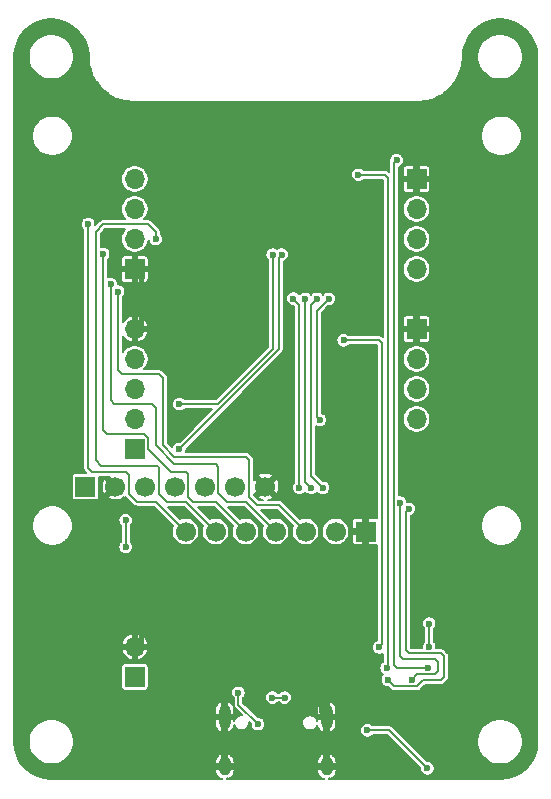
<source format=gbr>
%TF.GenerationSoftware,KiCad,Pcbnew,(5.1.6-0-10_14)*%
%TF.CreationDate,2020-09-14T20:33:51+02:00*%
%TF.ProjectId,Co2-Sensor,436f322d-5365-46e7-936f-722e6b696361,rev?*%
%TF.SameCoordinates,Original*%
%TF.FileFunction,Copper,L2,Bot*%
%TF.FilePolarity,Positive*%
%FSLAX46Y46*%
G04 Gerber Fmt 4.6, Leading zero omitted, Abs format (unit mm)*
G04 Created by KiCad (PCBNEW (5.1.6-0-10_14)) date 2020-09-14 20:33:51*
%MOMM*%
%LPD*%
G01*
G04 APERTURE LIST*
%TA.AperFunction,ComponentPad*%
%ADD10C,1.700000*%
%TD*%
%TA.AperFunction,ComponentPad*%
%ADD11R,1.700000X1.700000*%
%TD*%
%TA.AperFunction,ComponentPad*%
%ADD12O,1.000000X1.600000*%
%TD*%
%TA.AperFunction,ComponentPad*%
%ADD13O,1.000000X2.100000*%
%TD*%
%TA.AperFunction,ComponentPad*%
%ADD14O,1.700000X1.700000*%
%TD*%
%TA.AperFunction,ViaPad*%
%ADD15C,0.600000*%
%TD*%
%TA.AperFunction,Conductor*%
%ADD16C,0.200000*%
%TD*%
%TA.AperFunction,Conductor*%
%ADD17C,0.400000*%
%TD*%
%TA.AperFunction,Conductor*%
%ADD18C,0.127000*%
%TD*%
G04 APERTURE END LIST*
D10*
%TO.P,J2,7*%
%TO.N,GND*%
X149140000Y-108890000D03*
%TO.P,J2,6*%
%TO.N,Net-(J2-Pad6)*%
X146600000Y-108890000D03*
%TO.P,J2,5*%
%TO.N,Net-(J2-Pad5)*%
X144060000Y-108890000D03*
%TO.P,J2,4*%
%TO.N,/SDA*%
X141520000Y-108890000D03*
%TO.P,J2,3*%
%TO.N,/SCL*%
X138980000Y-108890000D03*
%TO.P,J2,2*%
%TO.N,GND*%
X136440000Y-108890000D03*
D11*
%TO.P,J2,1*%
%TO.N,+3V3*%
X133900000Y-108890000D03*
%TD*%
D12*
%TO.P,J5,S1*%
%TO.N,GND*%
X154320000Y-132575000D03*
X145680000Y-132575000D03*
D13*
X154320000Y-128395000D03*
X145680000Y-128395000D03*
%TD*%
D14*
%TO.P,J4,2*%
%TO.N,GND*%
X138070000Y-122460000D03*
D11*
%TO.P,J4,1*%
%TO.N,/VEXT*%
X138070000Y-125000000D03*
%TD*%
D10*
%TO.P,J1,7*%
%TO.N,/OLED_CS*%
X142380000Y-112700000D03*
%TO.P,J1,6*%
%TO.N,/OLED_DC*%
X144920000Y-112700000D03*
%TO.P,J1,5*%
%TO.N,/OLED_RESET*%
X147460000Y-112700000D03*
%TO.P,J1,4*%
%TO.N,/OLED_MOSI*%
X150000000Y-112700000D03*
%TO.P,J1,3*%
%TO.N,/OLED_CLK*%
X152540000Y-112700000D03*
%TO.P,J1,2*%
%TO.N,+3V3*%
X155080000Y-112700000D03*
D11*
%TO.P,J1,1*%
%TO.N,GND*%
X157620000Y-112700000D03*
%TD*%
D14*
%TO.P,J8,4*%
%TO.N,/SDA*%
X138070000Y-82855000D03*
%TO.P,J8,3*%
%TO.N,/SCL*%
X138070000Y-85395000D03*
%TO.P,J8,2*%
%TO.N,+3V3*%
X138070000Y-87935000D03*
D11*
%TO.P,J8,1*%
%TO.N,GND*%
X138070000Y-90475000D03*
%TD*%
D14*
%TO.P,J7,5*%
%TO.N,GND*%
X138070000Y-95555000D03*
%TO.P,J7,4*%
%TO.N,Net-(J7-Pad4)*%
X138070000Y-98095000D03*
%TO.P,J7,3*%
%TO.N,Net-(J7-Pad3)*%
X138070000Y-100635000D03*
%TO.P,J7,2*%
%TO.N,Net-(J7-Pad2)*%
X138070000Y-103175000D03*
D11*
%TO.P,J7,1*%
%TO.N,+5V*%
X138070000Y-105715000D03*
%TD*%
D14*
%TO.P,J6,4*%
%TO.N,/LED1_DATA*%
X161930000Y-103175000D03*
%TO.P,J6,3*%
%TO.N,/LED1_CLK*%
X161930000Y-100635000D03*
%TO.P,J6,2*%
%TO.N,Net-(C1-Pad1)*%
X161930000Y-98095000D03*
D11*
%TO.P,J6,1*%
%TO.N,GND*%
X161930000Y-95555000D03*
%TD*%
D14*
%TO.P,J3,4*%
%TO.N,/LED2_DATA*%
X161930000Y-90475000D03*
%TO.P,J3,3*%
%TO.N,/LED2_CLK*%
X161930000Y-87935000D03*
%TO.P,J3,2*%
%TO.N,Net-(C1-Pad1)*%
X161930000Y-85395000D03*
D11*
%TO.P,J3,1*%
%TO.N,GND*%
X161930000Y-82855000D03*
%TD*%
D15*
%TO.N,Net-(C2-Pad2)*%
X157750000Y-129527000D03*
X157750000Y-129527000D03*
X162850000Y-132750000D03*
%TO.N,GND*%
X158500000Y-126000000D03*
X163500000Y-126000000D03*
X163500000Y-131000000D03*
X156750000Y-128850000D03*
X165250000Y-131900000D03*
X165250000Y-128650000D03*
X153850000Y-125500000D03*
X146850000Y-124350000D03*
X156750000Y-125350000D03*
X138000000Y-119000000D03*
X132000000Y-119000000D03*
X142000000Y-119000000D03*
X148000000Y-119000000D03*
X152000000Y-119000000D03*
X158000000Y-119000000D03*
X162000000Y-119000000D03*
X168000000Y-119000000D03*
X168000000Y-119000000D03*
X150750000Y-122000000D03*
X150750000Y-122000000D03*
X167850000Y-126000000D03*
X167850000Y-124250000D03*
X167850000Y-122500000D03*
X134250000Y-77500000D03*
X161750000Y-78000000D03*
X161750000Y-78750000D03*
X161750000Y-79500000D03*
X161750000Y-79500000D03*
X157000000Y-77500000D03*
X149000000Y-87750000D03*
X149000000Y-82000000D03*
X152000000Y-84750000D03*
X146000000Y-84750000D03*
X141850000Y-98100000D03*
X136500000Y-111500000D03*
X133575000Y-112175000D03*
X133527000Y-113475000D03*
X144950000Y-105800000D03*
X148250000Y-105850000D03*
X158000000Y-108750000D03*
X154000000Y-107000000D03*
X137250000Y-79000000D03*
X137250000Y-78250000D03*
X137250000Y-79750000D03*
X140000000Y-77250000D03*
X143000000Y-77250000D03*
X143250000Y-95000000D03*
X146500000Y-98000000D03*
X146500000Y-97250000D03*
X146500000Y-98750000D03*
X159600000Y-132750000D03*
X130700000Y-108900000D03*
%TO.N,+3V3*%
X163000000Y-122473000D03*
X163000000Y-120500000D03*
X137300000Y-111747500D03*
X137300000Y-114002000D03*
%TO.N,/EN*%
X153750000Y-103250000D03*
X154500000Y-93000000D03*
%TO.N,/D+*%
X150777000Y-126750000D03*
X149723000Y-126750000D03*
%TO.N,Net-(J5-PadA5)*%
X148500000Y-129000000D03*
X146850000Y-126350000D03*
%TO.N,/~RTS*%
X161527000Y-125250000D03*
X160527000Y-110250000D03*
%TO.N,/~DTR*%
X159500000Y-125250000D03*
X161250000Y-110777000D03*
%TO.N,/TXD0*%
X162900000Y-124250000D03*
X160250000Y-81250000D03*
%TO.N,/RXD0*%
X159400000Y-124250000D03*
X157010000Y-82490000D03*
%TO.N,/IO2*%
X158750000Y-122500000D03*
X155750000Y-96500000D03*
X155750000Y-96500000D03*
%TO.N,/OLED_CS*%
X134125000Y-86665000D03*
%TO.N,/OLED_DC*%
X139847003Y-87935000D03*
%TO.N,/OLED_RESET*%
X135395000Y-89205000D03*
%TO.N,/OLED_MOSI*%
X136030000Y-91745000D03*
%TO.N,/OLED_CLK*%
X136665000Y-92380000D03*
%TO.N,/SPS30_RX*%
X141850000Y-105700000D03*
X150500000Y-89250000D03*
%TO.N,/SPS30_TX*%
X141850000Y-101900000D03*
X149750000Y-89250000D03*
%TO.N,/IO12*%
X152000000Y-109000000D03*
X151500000Y-92973000D03*
%TO.N,/IO13*%
X153000000Y-109000000D03*
X152500000Y-93000000D03*
%TO.N,/IO15*%
X154000000Y-109000000D03*
X153500000Y-93000000D03*
%TD*%
D16*
%TO.N,Net-(C2-Pad2)*%
X159627000Y-129527000D02*
X162850000Y-132750000D01*
X157750000Y-129527000D02*
X159627000Y-129527000D01*
%TO.N,GND*%
X165250000Y-128750000D02*
X165250000Y-128650000D01*
X153800000Y-125500000D02*
X153850000Y-125500000D01*
X146850000Y-124450000D02*
X146850000Y-124350000D01*
D17*
X145680000Y-130320000D02*
X136820000Y-130320000D01*
X145680000Y-132575000D02*
X145680000Y-130320000D01*
X145680000Y-130320000D02*
X145680000Y-128395000D01*
X136820000Y-130320000D02*
X136500000Y-130000000D01*
X136500000Y-130000000D02*
X136500000Y-122500000D01*
X138530000Y-122500000D02*
X138570000Y-122460000D01*
X136500000Y-122500000D02*
X138530000Y-122500000D01*
X145680000Y-130320000D02*
X154320000Y-130320000D01*
X154320000Y-130320000D02*
X154320000Y-132575000D01*
X154320000Y-128395000D02*
X154320000Y-130320000D01*
X165250000Y-128650000D02*
X163650000Y-128650000D01*
X163650000Y-128650000D02*
X163500000Y-128500000D01*
X163500000Y-131000000D02*
X163500000Y-128500000D01*
X164400000Y-131900000D02*
X163500000Y-131000000D01*
X165250000Y-131900000D02*
X164400000Y-131900000D01*
X156750000Y-127750000D02*
X158500000Y-126000000D01*
X156750000Y-128850000D02*
X156750000Y-127750000D01*
X158000000Y-125500000D02*
X158500000Y-126000000D01*
X156800000Y-125500000D02*
X158000000Y-125500000D01*
X153850000Y-125500000D02*
X156800000Y-125500000D01*
X144960000Y-122460000D02*
X146850000Y-124350000D01*
X138570000Y-122460000D02*
X144960000Y-122460000D01*
X162000000Y-119000000D02*
X168000000Y-119000000D01*
X158000000Y-119000000D02*
X152000000Y-119000000D01*
X142000000Y-119000000D02*
X148000000Y-119000000D01*
X138570000Y-119430000D02*
X139000000Y-119000000D01*
X138570000Y-122460000D02*
X138570000Y-119430000D01*
X139000000Y-119000000D02*
X142000000Y-119000000D01*
X138000000Y-119000000D02*
X139000000Y-119000000D01*
X150750000Y-122000000D02*
X150750000Y-119000000D01*
X150750000Y-119000000D02*
X148000000Y-119000000D01*
X152000000Y-119000000D02*
X150750000Y-119000000D01*
X167800000Y-125950000D02*
X167850000Y-126000000D01*
X167800000Y-124250000D02*
X167800000Y-125950000D01*
X167800000Y-124200000D02*
X167850000Y-124250000D01*
X167800000Y-122500000D02*
X167800000Y-124200000D01*
X163500000Y-126000000D02*
X167850000Y-126000000D01*
X161750000Y-79500000D02*
X161750000Y-78000000D01*
X142005000Y-95555000D02*
X142100000Y-95650000D01*
X141850000Y-95900000D02*
X142100000Y-95650000D01*
X138570000Y-95555000D02*
X138570000Y-90475000D01*
X153850000Y-127925000D02*
X154320000Y-128395000D01*
X153850000Y-125500000D02*
X153850000Y-127925000D01*
D16*
X157620000Y-118620000D02*
X158000000Y-119000000D01*
X157620000Y-112700000D02*
X157620000Y-118620000D01*
X133527000Y-112223000D02*
X133575000Y-112175000D01*
X133527000Y-113475000D02*
X133527000Y-112223000D01*
X133527000Y-118777000D02*
X133750000Y-119000000D01*
X133527000Y-113475000D02*
X133527000Y-118777000D01*
D17*
X133750000Y-119000000D02*
X132000000Y-119000000D01*
X138000000Y-119000000D02*
X133750000Y-119000000D01*
D16*
X134250000Y-111500000D02*
X133575000Y-112175000D01*
X136500000Y-111500000D02*
X134250000Y-111500000D01*
X144900000Y-105750000D02*
X144950000Y-105800000D01*
X144950000Y-105800000D02*
X146300000Y-105800000D01*
X148250000Y-105800000D02*
X146300000Y-105800000D01*
X156250000Y-107000000D02*
X158000000Y-108750000D01*
X154000000Y-107000000D02*
X156250000Y-107000000D01*
X157620000Y-109130000D02*
X158000000Y-108750000D01*
X157620000Y-112700000D02*
X157620000Y-109130000D01*
X158500000Y-126000000D02*
X159250000Y-126750000D01*
X159250000Y-126750000D02*
X163500000Y-126750000D01*
D17*
X163500000Y-126750000D02*
X163500000Y-126000000D01*
X163500000Y-128500000D02*
X163500000Y-126750000D01*
X137250000Y-79750000D02*
X137250000Y-77750000D01*
X137250000Y-77750000D02*
X137000000Y-77500000D01*
X134250000Y-77500000D02*
X137000000Y-77500000D01*
X140000000Y-77250000D02*
X143000000Y-77250000D01*
X137250000Y-77250000D02*
X137000000Y-77500000D01*
X140000000Y-77250000D02*
X137250000Y-77250000D01*
X141850000Y-96150000D02*
X141850000Y-95900000D01*
X141850000Y-98100000D02*
X141850000Y-96150000D01*
X140445000Y-95555000D02*
X142695000Y-95555000D01*
X142695000Y-95555000D02*
X143250000Y-95000000D01*
X138570000Y-95555000D02*
X140445000Y-95555000D01*
X140445000Y-95555000D02*
X142005000Y-95555000D01*
D16*
X159550000Y-132750000D02*
X159600000Y-132750000D01*
%TO.N,+3V3*%
X163000000Y-122473000D02*
X163000000Y-120500000D01*
X137300000Y-111747500D02*
X137300000Y-113970000D01*
X137300000Y-113970000D02*
X137300000Y-114002000D01*
%TO.N,/EN*%
X153500000Y-103000000D02*
X153750000Y-103250000D01*
X153500000Y-94000000D02*
X153500000Y-103000000D01*
X154500000Y-93000000D02*
X153500000Y-94000000D01*
%TO.N,/D+*%
X149723000Y-126750000D02*
X150777000Y-126750000D01*
%TO.N,Net-(J5-PadA5)*%
X146850000Y-127350000D02*
X148500000Y-129000000D01*
X146850000Y-126350000D02*
X146850000Y-127350000D01*
%TO.N,/~RTS*%
X162000000Y-124777000D02*
X161527000Y-125250000D01*
X163750000Y-124500000D02*
X163473000Y-124777000D01*
X163750000Y-123750000D02*
X163750000Y-124500000D01*
X163500000Y-123500000D02*
X163750000Y-123750000D01*
X160750000Y-123500000D02*
X163500000Y-123500000D01*
X163473000Y-124777000D02*
X162000000Y-124777000D01*
X160500000Y-123250000D02*
X160750000Y-123500000D01*
X160500000Y-111750000D02*
X160500000Y-123250000D01*
X160500000Y-111750000D02*
X160500000Y-110250000D01*
X160500000Y-110250000D02*
X160527000Y-110250000D01*
%TO.N,/~DTR*%
X160027001Y-125777001D02*
X161972999Y-125777001D01*
X161000000Y-122750000D02*
X161000000Y-115000000D01*
X164000000Y-123000000D02*
X161250000Y-123000000D01*
X164250000Y-123250000D02*
X164000000Y-123000000D01*
X164250000Y-125000000D02*
X164250000Y-123250000D01*
X161972999Y-125777001D02*
X162500000Y-125250000D01*
X162500000Y-125250000D02*
X164000000Y-125250000D01*
X164000000Y-125250000D02*
X164250000Y-125000000D01*
X161250000Y-123000000D02*
X161000000Y-122750000D01*
X159500000Y-125250000D02*
X160027001Y-125777001D01*
X161000000Y-111027000D02*
X161250000Y-110777000D01*
X161000000Y-115000000D02*
X161000000Y-111027000D01*
%TO.N,/TXD0*%
X162850000Y-124250000D02*
X162900000Y-124250000D01*
X160250000Y-124250000D02*
X161750000Y-124250000D01*
X160250000Y-81250000D02*
X160000000Y-81500000D01*
X161750000Y-124250000D02*
X162900000Y-124250000D01*
X160000000Y-81500000D02*
X160000000Y-124000000D01*
X160000000Y-124000000D02*
X160250000Y-124250000D01*
%TO.N,/RXD0*%
X159550000Y-124250000D02*
X159400000Y-124250000D01*
X159400000Y-124250000D02*
X159400000Y-124100000D01*
X159400000Y-124100000D02*
X159500000Y-124000000D01*
X159500000Y-124000000D02*
X159500000Y-108250000D01*
X159250000Y-82500000D02*
X157020000Y-82500000D01*
X159500000Y-82750000D02*
X159250000Y-82500000D01*
X159500000Y-108250000D02*
X159500000Y-82750000D01*
X157020000Y-82500000D02*
X157010000Y-82490000D01*
%TO.N,/IO2*%
X158750000Y-122500000D02*
X159000000Y-122250000D01*
X159000000Y-122250000D02*
X159000000Y-121500000D01*
X159000000Y-99750000D02*
X159000000Y-100000000D01*
X159000000Y-99500000D02*
X159000000Y-99750000D01*
X159000000Y-121500000D02*
X159000000Y-99500000D01*
X158750000Y-96500000D02*
X159000000Y-96750000D01*
X155750000Y-96500000D02*
X158750000Y-96500000D01*
X159000000Y-99500000D02*
X159000000Y-96750000D01*
%TO.N,/OLED_CS*%
X134125000Y-107302500D02*
X134125000Y-86665000D01*
X137300000Y-107620000D02*
X134442500Y-107620000D01*
X137617500Y-107937500D02*
X137300000Y-107620000D01*
X137617500Y-109525000D02*
X137617500Y-107937500D01*
X134442500Y-107620000D02*
X134125000Y-107302500D01*
X138252500Y-110160000D02*
X137617500Y-109525000D01*
X139840000Y-110160000D02*
X138252500Y-110160000D01*
X142380000Y-112700000D02*
X139840000Y-110160000D01*
%TO.N,/OLED_DC*%
X139847003Y-87307003D02*
X139847003Y-87935000D01*
X139205000Y-86665000D02*
X139847003Y-87307003D01*
X140157500Y-107302500D02*
X139997500Y-107142500D01*
X135395000Y-86665000D02*
X139205000Y-86665000D01*
X134760000Y-87300000D02*
X135395000Y-86665000D01*
X140157500Y-109525000D02*
X140157500Y-107302500D01*
X139997500Y-107142500D02*
X135235000Y-107142500D01*
X140792500Y-110160000D02*
X140157500Y-109525000D01*
X134760000Y-106667500D02*
X134760000Y-87300000D01*
X135235000Y-107142500D02*
X134760000Y-106667500D01*
X142380000Y-110160000D02*
X140792500Y-110160000D01*
X144920000Y-112700000D02*
X142380000Y-110160000D01*
%TO.N,/OLED_RESET*%
X142380000Y-107620000D02*
X141110000Y-107620000D01*
X147460000Y-112700000D02*
X144920000Y-110160000D01*
X144920000Y-110160000D02*
X143015000Y-110160000D01*
X142597001Y-107837001D02*
X142380000Y-107620000D01*
X143015000Y-110160000D02*
X142597001Y-109742001D01*
X142597001Y-109742001D02*
X142597001Y-107837001D01*
X141110000Y-107620000D02*
X139205000Y-105715000D01*
X139205000Y-105715000D02*
X139205000Y-104762500D01*
X139205000Y-104762500D02*
X138887500Y-104445000D01*
X138887500Y-104445000D02*
X135712500Y-104445000D01*
X135712500Y-104445000D02*
X135395000Y-104127500D01*
X135395000Y-104127500D02*
X135395000Y-89205000D01*
%TO.N,/OLED_MOSI*%
X141427500Y-106985000D02*
X139840000Y-105397500D01*
X145137001Y-107202001D02*
X144920000Y-106985000D01*
X139840000Y-105397500D02*
X139840000Y-104445000D01*
X145137001Y-109424501D02*
X145137001Y-107202001D01*
X145872500Y-110160000D02*
X145137001Y-109424501D01*
X144920000Y-106985000D02*
X141427500Y-106985000D01*
X147460000Y-110160000D02*
X145872500Y-110160000D01*
X150000000Y-112700000D02*
X147460000Y-110160000D01*
X139840000Y-102222500D02*
X139840000Y-104445000D01*
X139522500Y-101905000D02*
X139840000Y-102222500D01*
X136030000Y-101587500D02*
X136347500Y-101905000D01*
X136347500Y-101905000D02*
X139522500Y-101905000D01*
X136030000Y-91745000D02*
X136030000Y-101587500D01*
X139840000Y-102540000D02*
X139840000Y-105397500D01*
X139840000Y-102222500D02*
X139840000Y-102540000D01*
%TO.N,/OLED_CLK*%
X150288970Y-110448970D02*
X152540000Y-112700000D01*
X140475000Y-105397500D02*
X141427500Y-106350000D01*
X136982500Y-99365000D02*
X140157500Y-99365000D01*
X148441030Y-110448970D02*
X150288970Y-110448970D01*
X147777500Y-106667500D02*
X147777500Y-109785440D01*
X147460000Y-106350000D02*
X147777500Y-106667500D01*
X136665000Y-99047500D02*
X136982500Y-99365000D01*
X140475000Y-99682500D02*
X140475000Y-105397500D01*
X147777500Y-109785440D02*
X148441030Y-110448970D01*
X141427500Y-106350000D02*
X147460000Y-106350000D01*
X140157500Y-99365000D02*
X140475000Y-99682500D01*
X136665000Y-92380000D02*
X136665000Y-99047500D01*
D17*
%TO.N,/SPS30_RX*%
X141800000Y-105700000D02*
X141850000Y-105700000D01*
D16*
X141850000Y-105700000D02*
X150275000Y-97275000D01*
X150275000Y-91725000D02*
X150275000Y-90725000D01*
X150275000Y-97275000D02*
X150275000Y-91725000D01*
X150275000Y-89475000D02*
X150500000Y-89250000D01*
X150275000Y-91725000D02*
X150275000Y-89475000D01*
D17*
%TO.N,/SPS30_TX*%
X141800000Y-101900000D02*
X141850000Y-101900000D01*
D16*
X145100000Y-101900000D02*
X141850000Y-101900000D01*
X149750000Y-97250000D02*
X145100000Y-101900000D01*
X149750000Y-89250000D02*
X149750000Y-97250000D01*
%TO.N,/IO12*%
X152000000Y-109000000D02*
X152000000Y-107000000D01*
X152000000Y-107000000D02*
X152000000Y-97250000D01*
X152000000Y-93473000D02*
X151500000Y-92973000D01*
X152000000Y-97250000D02*
X152000000Y-93473000D01*
%TO.N,/IO13*%
X153000000Y-109000000D02*
X152500000Y-108500000D01*
X152500000Y-108500000D02*
X152500000Y-107000000D01*
X152500000Y-107000000D02*
X152500000Y-97000000D01*
X152500000Y-93750000D02*
X152500000Y-93000000D01*
X152500000Y-97000000D02*
X152500000Y-93750000D01*
X152500000Y-93750000D02*
X152500000Y-93250000D01*
%TO.N,/IO15*%
X154000000Y-109000000D02*
X153000000Y-108000000D01*
X153000000Y-108000000D02*
X153000000Y-107000000D01*
X153000000Y-107000000D02*
X153000000Y-97250000D01*
X153000000Y-93500000D02*
X153500000Y-93000000D01*
X153000000Y-97250000D02*
X153000000Y-93500000D01*
%TD*%
D18*
%TO.N,GND*%
G36*
X169592471Y-69394169D02*
G01*
X170184444Y-69568397D01*
X170731307Y-69854290D01*
X171212221Y-70240954D01*
X171608873Y-70713666D01*
X171906157Y-71254423D01*
X172092742Y-71842614D01*
X172163240Y-72471121D01*
X172163451Y-72501345D01*
X172163450Y-130483538D01*
X172101619Y-131114138D01*
X171923262Y-131704884D01*
X171633560Y-132249733D01*
X171243546Y-132727939D01*
X170768077Y-133121281D01*
X170225262Y-133414780D01*
X169635774Y-133597257D01*
X169006216Y-133663426D01*
X168999404Y-133663450D01*
X154510502Y-133663450D01*
X154510502Y-133588120D01*
X154632519Y-133630406D01*
X154766994Y-133583053D01*
X154896539Y-133482244D01*
X155003928Y-133358099D01*
X155085035Y-133215389D01*
X155136742Y-133059598D01*
X155157062Y-132896713D01*
X155070778Y-132765500D01*
X154510500Y-132765500D01*
X154510500Y-132785500D01*
X154129500Y-132785500D01*
X154129500Y-132765500D01*
X153569222Y-132765500D01*
X153482938Y-132896713D01*
X153503258Y-133059598D01*
X153554965Y-133215389D01*
X153636072Y-133358099D01*
X153743461Y-133482244D01*
X153873006Y-133583053D01*
X154007481Y-133630406D01*
X154129498Y-133588120D01*
X154129498Y-133663450D01*
X145870502Y-133663450D01*
X145870502Y-133588120D01*
X145992519Y-133630406D01*
X146126994Y-133583053D01*
X146256539Y-133482244D01*
X146363928Y-133358099D01*
X146445035Y-133215389D01*
X146496742Y-133059598D01*
X146517062Y-132896713D01*
X146430778Y-132765500D01*
X145870500Y-132765500D01*
X145870500Y-132785500D01*
X145489500Y-132785500D01*
X145489500Y-132765500D01*
X144929222Y-132765500D01*
X144842938Y-132896713D01*
X144863258Y-133059598D01*
X144914965Y-133215389D01*
X144996072Y-133358099D01*
X145103461Y-133482244D01*
X145233006Y-133583053D01*
X145367481Y-133630406D01*
X145489498Y-133588120D01*
X145489498Y-133663450D01*
X131016462Y-133663450D01*
X130385862Y-133601619D01*
X129795116Y-133423262D01*
X129250267Y-133133560D01*
X128772061Y-132743546D01*
X128378719Y-132268077D01*
X128085220Y-131725262D01*
X127902743Y-131135774D01*
X127836574Y-130506216D01*
X127836550Y-130499404D01*
X127836550Y-130311143D01*
X129082500Y-130311143D01*
X129082500Y-130688857D01*
X129156188Y-131059314D01*
X129300734Y-131408277D01*
X129510580Y-131722335D01*
X129777665Y-131989420D01*
X130091723Y-132199266D01*
X130440686Y-132343812D01*
X130811143Y-132417500D01*
X131188857Y-132417500D01*
X131559314Y-132343812D01*
X131777859Y-132253287D01*
X144842938Y-132253287D01*
X144929222Y-132384500D01*
X145489500Y-132384500D01*
X145489500Y-131561881D01*
X145870500Y-131561881D01*
X145870500Y-132384500D01*
X146430778Y-132384500D01*
X146517062Y-132253287D01*
X153482938Y-132253287D01*
X153569222Y-132384500D01*
X154129500Y-132384500D01*
X154129500Y-131561881D01*
X154510500Y-131561881D01*
X154510500Y-132384500D01*
X155070778Y-132384500D01*
X155157062Y-132253287D01*
X155136742Y-132090402D01*
X155085035Y-131934611D01*
X155003928Y-131791901D01*
X154896539Y-131667756D01*
X154766994Y-131566947D01*
X154632519Y-131519594D01*
X154510500Y-131561881D01*
X154129500Y-131561881D01*
X154007481Y-131519594D01*
X153873006Y-131566947D01*
X153743461Y-131667756D01*
X153636072Y-131791901D01*
X153554965Y-131934611D01*
X153503258Y-132090402D01*
X153482938Y-132253287D01*
X146517062Y-132253287D01*
X146496742Y-132090402D01*
X146445035Y-131934611D01*
X146363928Y-131791901D01*
X146256539Y-131667756D01*
X146126994Y-131566947D01*
X145992519Y-131519594D01*
X145870500Y-131561881D01*
X145489500Y-131561881D01*
X145367481Y-131519594D01*
X145233006Y-131566947D01*
X145103461Y-131667756D01*
X144996072Y-131791901D01*
X144914965Y-131934611D01*
X144863258Y-132090402D01*
X144842938Y-132253287D01*
X131777859Y-132253287D01*
X131908277Y-132199266D01*
X132222335Y-131989420D01*
X132489420Y-131722335D01*
X132699266Y-131408277D01*
X132843812Y-131059314D01*
X132917500Y-130688857D01*
X132917500Y-130311143D01*
X132843812Y-129940686D01*
X132699266Y-129591723D01*
X132489420Y-129277665D01*
X132222335Y-129010580D01*
X131908277Y-128800734D01*
X131559314Y-128656188D01*
X131203940Y-128585500D01*
X144862500Y-128585500D01*
X144862500Y-129135500D01*
X144915373Y-129291326D01*
X144997630Y-129433843D01*
X145106110Y-129557574D01*
X145236644Y-129657764D01*
X145367481Y-129700406D01*
X145489500Y-129658119D01*
X145489500Y-128585500D01*
X145870500Y-128585500D01*
X145870500Y-129658119D01*
X145992519Y-129700406D01*
X146123356Y-129657764D01*
X146253890Y-129557574D01*
X146362370Y-129433843D01*
X146444627Y-129291326D01*
X146497500Y-129135500D01*
X146497500Y-129095227D01*
X146540624Y-129199338D01*
X146610937Y-129304570D01*
X146700430Y-129394063D01*
X146805662Y-129464376D01*
X146922590Y-129512809D01*
X147046719Y-129537500D01*
X147173281Y-129537500D01*
X147297410Y-129512809D01*
X147414338Y-129464376D01*
X147519570Y-129394063D01*
X147609063Y-129304570D01*
X147679376Y-129199338D01*
X147727809Y-129082410D01*
X147752500Y-128958281D01*
X147752500Y-128842934D01*
X147882500Y-128972934D01*
X147882500Y-129060818D01*
X147906230Y-129180118D01*
X147952778Y-129292496D01*
X148020356Y-129393633D01*
X148106367Y-129479644D01*
X148207504Y-129547222D01*
X148319882Y-129593770D01*
X148439182Y-129617500D01*
X148560818Y-129617500D01*
X148680118Y-129593770D01*
X148792496Y-129547222D01*
X148893633Y-129479644D01*
X148979644Y-129393633D01*
X149047222Y-129292496D01*
X149093770Y-129180118D01*
X149117500Y-129060818D01*
X149117500Y-128939182D01*
X149096125Y-128831719D01*
X152247500Y-128831719D01*
X152247500Y-128958281D01*
X152272191Y-129082410D01*
X152320624Y-129199338D01*
X152390937Y-129304570D01*
X152480430Y-129394063D01*
X152585662Y-129464376D01*
X152702590Y-129512809D01*
X152826719Y-129537500D01*
X152953281Y-129537500D01*
X153077410Y-129512809D01*
X153194338Y-129464376D01*
X153299570Y-129394063D01*
X153389063Y-129304570D01*
X153459376Y-129199338D01*
X153502500Y-129095227D01*
X153502500Y-129135500D01*
X153555373Y-129291326D01*
X153637630Y-129433843D01*
X153746110Y-129557574D01*
X153876644Y-129657764D01*
X154007481Y-129700406D01*
X154129500Y-129658119D01*
X154129500Y-128585500D01*
X154510500Y-128585500D01*
X154510500Y-129658119D01*
X154632519Y-129700406D01*
X154763356Y-129657764D01*
X154893890Y-129557574D01*
X154974017Y-129466182D01*
X157132500Y-129466182D01*
X157132500Y-129587818D01*
X157156230Y-129707118D01*
X157202778Y-129819496D01*
X157270356Y-129920633D01*
X157356367Y-130006644D01*
X157457504Y-130074222D01*
X157569882Y-130120770D01*
X157689182Y-130144500D01*
X157810818Y-130144500D01*
X157930118Y-130120770D01*
X158042496Y-130074222D01*
X158143633Y-130006644D01*
X158205777Y-129944500D01*
X159454066Y-129944500D01*
X162232500Y-132722934D01*
X162232500Y-132810818D01*
X162256230Y-132930118D01*
X162302778Y-133042496D01*
X162370356Y-133143633D01*
X162456367Y-133229644D01*
X162557504Y-133297222D01*
X162669882Y-133343770D01*
X162789182Y-133367500D01*
X162910818Y-133367500D01*
X163030118Y-133343770D01*
X163142496Y-133297222D01*
X163243633Y-133229644D01*
X163329644Y-133143633D01*
X163397222Y-133042496D01*
X163443770Y-132930118D01*
X163467500Y-132810818D01*
X163467500Y-132689182D01*
X163443770Y-132569882D01*
X163397222Y-132457504D01*
X163329644Y-132356367D01*
X163243633Y-132270356D01*
X163142496Y-132202778D01*
X163030118Y-132156230D01*
X162910818Y-132132500D01*
X162822934Y-132132500D01*
X161001577Y-130311143D01*
X167082500Y-130311143D01*
X167082500Y-130688857D01*
X167156188Y-131059314D01*
X167300734Y-131408277D01*
X167510580Y-131722335D01*
X167777665Y-131989420D01*
X168091723Y-132199266D01*
X168440686Y-132343812D01*
X168811143Y-132417500D01*
X169188857Y-132417500D01*
X169559314Y-132343812D01*
X169908277Y-132199266D01*
X170222335Y-131989420D01*
X170489420Y-131722335D01*
X170699266Y-131408277D01*
X170843812Y-131059314D01*
X170917500Y-130688857D01*
X170917500Y-130311143D01*
X170843812Y-129940686D01*
X170699266Y-129591723D01*
X170489420Y-129277665D01*
X170222335Y-129010580D01*
X169908277Y-128800734D01*
X169559314Y-128656188D01*
X169188857Y-128582500D01*
X168811143Y-128582500D01*
X168440686Y-128656188D01*
X168091723Y-128800734D01*
X167777665Y-129010580D01*
X167510580Y-129277665D01*
X167300734Y-129591723D01*
X167156188Y-129940686D01*
X167082500Y-130311143D01*
X161001577Y-130311143D01*
X159936717Y-129246283D01*
X159923645Y-129230355D01*
X159860073Y-129178182D01*
X159787543Y-129139414D01*
X159708844Y-129115541D01*
X159647509Y-129109500D01*
X159647502Y-129109500D01*
X159627000Y-129107481D01*
X159606498Y-129109500D01*
X158205777Y-129109500D01*
X158143633Y-129047356D01*
X158042496Y-128979778D01*
X157930118Y-128933230D01*
X157810818Y-128909500D01*
X157689182Y-128909500D01*
X157569882Y-128933230D01*
X157457504Y-128979778D01*
X157356367Y-129047356D01*
X157270356Y-129133367D01*
X157202778Y-129234504D01*
X157156230Y-129346882D01*
X157132500Y-129466182D01*
X154974017Y-129466182D01*
X155002370Y-129433843D01*
X155084627Y-129291326D01*
X155137500Y-129135500D01*
X155137500Y-128585500D01*
X154510500Y-128585500D01*
X154129500Y-128585500D01*
X153502500Y-128585500D01*
X153502500Y-128694773D01*
X153459376Y-128590662D01*
X153389063Y-128485430D01*
X153299570Y-128395937D01*
X153194338Y-128325624D01*
X153077410Y-128277191D01*
X152953281Y-128252500D01*
X152826719Y-128252500D01*
X152702590Y-128277191D01*
X152585662Y-128325624D01*
X152480430Y-128395937D01*
X152390937Y-128485430D01*
X152320624Y-128590662D01*
X152272191Y-128707590D01*
X152247500Y-128831719D01*
X149096125Y-128831719D01*
X149093770Y-128819882D01*
X149047222Y-128707504D01*
X148979644Y-128606367D01*
X148893633Y-128520356D01*
X148792496Y-128452778D01*
X148680118Y-128406230D01*
X148560818Y-128382500D01*
X148472934Y-128382500D01*
X147744934Y-127654500D01*
X153502500Y-127654500D01*
X153502500Y-128204500D01*
X154129500Y-128204500D01*
X154129500Y-127131881D01*
X154510500Y-127131881D01*
X154510500Y-128204500D01*
X155137500Y-128204500D01*
X155137500Y-127654500D01*
X155084627Y-127498674D01*
X155002370Y-127356157D01*
X154893890Y-127232426D01*
X154763356Y-127132236D01*
X154632519Y-127089594D01*
X154510500Y-127131881D01*
X154129500Y-127131881D01*
X154007481Y-127089594D01*
X153876644Y-127132236D01*
X153746110Y-127232426D01*
X153637630Y-127356157D01*
X153555373Y-127498674D01*
X153502500Y-127654500D01*
X147744934Y-127654500D01*
X147267500Y-127177066D01*
X147267500Y-126805777D01*
X147329644Y-126743633D01*
X147366027Y-126689182D01*
X149105500Y-126689182D01*
X149105500Y-126810818D01*
X149129230Y-126930118D01*
X149175778Y-127042496D01*
X149243356Y-127143633D01*
X149329367Y-127229644D01*
X149430504Y-127297222D01*
X149542882Y-127343770D01*
X149662182Y-127367500D01*
X149783818Y-127367500D01*
X149903118Y-127343770D01*
X150015496Y-127297222D01*
X150116633Y-127229644D01*
X150178777Y-127167500D01*
X150321223Y-127167500D01*
X150383367Y-127229644D01*
X150484504Y-127297222D01*
X150596882Y-127343770D01*
X150716182Y-127367500D01*
X150837818Y-127367500D01*
X150957118Y-127343770D01*
X151069496Y-127297222D01*
X151170633Y-127229644D01*
X151256644Y-127143633D01*
X151324222Y-127042496D01*
X151370770Y-126930118D01*
X151394500Y-126810818D01*
X151394500Y-126689182D01*
X151370770Y-126569882D01*
X151324222Y-126457504D01*
X151256644Y-126356367D01*
X151170633Y-126270356D01*
X151069496Y-126202778D01*
X150957118Y-126156230D01*
X150837818Y-126132500D01*
X150716182Y-126132500D01*
X150596882Y-126156230D01*
X150484504Y-126202778D01*
X150383367Y-126270356D01*
X150321223Y-126332500D01*
X150178777Y-126332500D01*
X150116633Y-126270356D01*
X150015496Y-126202778D01*
X149903118Y-126156230D01*
X149783818Y-126132500D01*
X149662182Y-126132500D01*
X149542882Y-126156230D01*
X149430504Y-126202778D01*
X149329367Y-126270356D01*
X149243356Y-126356367D01*
X149175778Y-126457504D01*
X149129230Y-126569882D01*
X149105500Y-126689182D01*
X147366027Y-126689182D01*
X147397222Y-126642496D01*
X147443770Y-126530118D01*
X147467500Y-126410818D01*
X147467500Y-126289182D01*
X147443770Y-126169882D01*
X147397222Y-126057504D01*
X147329644Y-125956367D01*
X147243633Y-125870356D01*
X147142496Y-125802778D01*
X147030118Y-125756230D01*
X146910818Y-125732500D01*
X146789182Y-125732500D01*
X146669882Y-125756230D01*
X146557504Y-125802778D01*
X146456367Y-125870356D01*
X146370356Y-125956367D01*
X146302778Y-126057504D01*
X146256230Y-126169882D01*
X146232500Y-126289182D01*
X146232500Y-126410818D01*
X146256230Y-126530118D01*
X146302778Y-126642496D01*
X146370356Y-126743633D01*
X146432500Y-126805777D01*
X146432501Y-127329489D01*
X146430481Y-127350000D01*
X146438541Y-127431844D01*
X146462415Y-127510543D01*
X146501183Y-127583073D01*
X146540281Y-127630715D01*
X146540289Y-127630723D01*
X146553356Y-127646645D01*
X146569278Y-127659712D01*
X147162066Y-128252500D01*
X147046719Y-128252500D01*
X146922590Y-128277191D01*
X146805662Y-128325624D01*
X146700430Y-128395937D01*
X146610937Y-128485430D01*
X146540624Y-128590662D01*
X146497500Y-128694773D01*
X146497500Y-128585500D01*
X145870500Y-128585500D01*
X145489500Y-128585500D01*
X144862500Y-128585500D01*
X131203940Y-128585500D01*
X131188857Y-128582500D01*
X130811143Y-128582500D01*
X130440686Y-128656188D01*
X130091723Y-128800734D01*
X129777665Y-129010580D01*
X129510580Y-129277665D01*
X129300734Y-129591723D01*
X129156188Y-129940686D01*
X129082500Y-130311143D01*
X127836550Y-130311143D01*
X127836550Y-127654500D01*
X144862500Y-127654500D01*
X144862500Y-128204500D01*
X145489500Y-128204500D01*
X145489500Y-127131881D01*
X145870500Y-127131881D01*
X145870500Y-128204500D01*
X146497500Y-128204500D01*
X146497500Y-127654500D01*
X146444627Y-127498674D01*
X146362370Y-127356157D01*
X146253890Y-127232426D01*
X146123356Y-127132236D01*
X145992519Y-127089594D01*
X145870500Y-127131881D01*
X145489500Y-127131881D01*
X145367481Y-127089594D01*
X145236644Y-127132236D01*
X145106110Y-127232426D01*
X144997630Y-127356157D01*
X144915373Y-127498674D01*
X144862500Y-127654500D01*
X127836550Y-127654500D01*
X127836550Y-124150000D01*
X136900964Y-124150000D01*
X136900964Y-125850000D01*
X136907094Y-125912241D01*
X136925249Y-125972090D01*
X136954731Y-126027247D01*
X136994407Y-126075593D01*
X137042753Y-126115269D01*
X137097910Y-126144751D01*
X137157759Y-126162906D01*
X137220000Y-126169036D01*
X138920000Y-126169036D01*
X138982241Y-126162906D01*
X139042090Y-126144751D01*
X139097247Y-126115269D01*
X139145593Y-126075593D01*
X139185269Y-126027247D01*
X139214751Y-125972090D01*
X139232906Y-125912241D01*
X139239036Y-125850000D01*
X139239036Y-124150000D01*
X139232906Y-124087759D01*
X139214751Y-124027910D01*
X139185269Y-123972753D01*
X139145593Y-123924407D01*
X139097247Y-123884731D01*
X139042090Y-123855249D01*
X138982241Y-123837094D01*
X138920000Y-123830964D01*
X137220000Y-123830964D01*
X137157759Y-123837094D01*
X137097910Y-123855249D01*
X137042753Y-123884731D01*
X136994407Y-123924407D01*
X136954731Y-123972753D01*
X136925249Y-124027910D01*
X136907094Y-124087759D01*
X136900964Y-124150000D01*
X127836550Y-124150000D01*
X127836550Y-122828344D01*
X136962129Y-122828344D01*
X137026150Y-122982931D01*
X137148226Y-123176528D01*
X137305725Y-123342589D01*
X137492595Y-123474733D01*
X137701654Y-123567881D01*
X137879500Y-123532488D01*
X137879500Y-122650500D01*
X138260500Y-122650500D01*
X138260500Y-123532488D01*
X138438346Y-123567881D01*
X138647405Y-123474733D01*
X138834275Y-123342589D01*
X138991774Y-123176528D01*
X139113850Y-122982931D01*
X139177871Y-122828344D01*
X139141320Y-122650500D01*
X138260500Y-122650500D01*
X137879500Y-122650500D01*
X136998680Y-122650500D01*
X136962129Y-122828344D01*
X127836550Y-122828344D01*
X127836550Y-122091656D01*
X136962129Y-122091656D01*
X136998680Y-122269500D01*
X137879500Y-122269500D01*
X137879500Y-121387512D01*
X138260500Y-121387512D01*
X138260500Y-122269500D01*
X139141320Y-122269500D01*
X139177871Y-122091656D01*
X139113850Y-121937069D01*
X138991774Y-121743472D01*
X138834275Y-121577411D01*
X138647405Y-121445267D01*
X138438346Y-121352119D01*
X138260500Y-121387512D01*
X137879500Y-121387512D01*
X137701654Y-121352119D01*
X137492595Y-121445267D01*
X137305725Y-121577411D01*
X137148226Y-121743472D01*
X137026150Y-121937069D01*
X136962129Y-122091656D01*
X127836550Y-122091656D01*
X127836550Y-112030841D01*
X129382500Y-112030841D01*
X129382500Y-112369159D01*
X129448503Y-112700976D01*
X129577971Y-113013541D01*
X129765931Y-113294842D01*
X130005158Y-113534069D01*
X130286459Y-113722029D01*
X130599024Y-113851497D01*
X130930841Y-113917500D01*
X131269159Y-113917500D01*
X131600976Y-113851497D01*
X131913541Y-113722029D01*
X132194842Y-113534069D01*
X132434069Y-113294842D01*
X132622029Y-113013541D01*
X132751497Y-112700976D01*
X132817500Y-112369159D01*
X132817500Y-112030841D01*
X132751497Y-111699024D01*
X132746385Y-111686682D01*
X136682500Y-111686682D01*
X136682500Y-111808318D01*
X136706230Y-111927618D01*
X136752778Y-112039996D01*
X136820356Y-112141133D01*
X136882500Y-112203277D01*
X136882501Y-113546222D01*
X136820356Y-113608367D01*
X136752778Y-113709504D01*
X136706230Y-113821882D01*
X136682500Y-113941182D01*
X136682500Y-114062818D01*
X136706230Y-114182118D01*
X136752778Y-114294496D01*
X136820356Y-114395633D01*
X136906367Y-114481644D01*
X137007504Y-114549222D01*
X137119882Y-114595770D01*
X137239182Y-114619500D01*
X137360818Y-114619500D01*
X137480118Y-114595770D01*
X137592496Y-114549222D01*
X137693633Y-114481644D01*
X137779644Y-114395633D01*
X137847222Y-114294496D01*
X137893770Y-114182118D01*
X137917500Y-114062818D01*
X137917500Y-113941182D01*
X137893770Y-113821882D01*
X137847222Y-113709504D01*
X137779644Y-113608367D01*
X137717500Y-113546223D01*
X137717500Y-112203277D01*
X137779644Y-112141133D01*
X137847222Y-112039996D01*
X137893770Y-111927618D01*
X137917500Y-111808318D01*
X137917500Y-111686682D01*
X137893770Y-111567382D01*
X137847222Y-111455004D01*
X137779644Y-111353867D01*
X137693633Y-111267856D01*
X137592496Y-111200278D01*
X137480118Y-111153730D01*
X137360818Y-111130000D01*
X137239182Y-111130000D01*
X137119882Y-111153730D01*
X137007504Y-111200278D01*
X136906367Y-111267856D01*
X136820356Y-111353867D01*
X136752778Y-111455004D01*
X136706230Y-111567382D01*
X136682500Y-111686682D01*
X132746385Y-111686682D01*
X132622029Y-111386459D01*
X132434069Y-111105158D01*
X132194842Y-110865931D01*
X131913541Y-110677971D01*
X131600976Y-110548503D01*
X131269159Y-110482500D01*
X130930841Y-110482500D01*
X130599024Y-110548503D01*
X130286459Y-110677971D01*
X130005158Y-110865931D01*
X129765931Y-111105158D01*
X129577971Y-111386459D01*
X129448503Y-111699024D01*
X129382500Y-112030841D01*
X127836550Y-112030841D01*
X127836550Y-108040000D01*
X132730964Y-108040000D01*
X132730964Y-109740000D01*
X132737094Y-109802241D01*
X132755249Y-109862090D01*
X132784731Y-109917247D01*
X132824407Y-109965593D01*
X132872753Y-110005269D01*
X132927910Y-110034751D01*
X132987759Y-110052906D01*
X133050000Y-110059036D01*
X134750000Y-110059036D01*
X134812241Y-110052906D01*
X134872090Y-110034751D01*
X134927247Y-110005269D01*
X134975593Y-109965593D01*
X135015269Y-109917247D01*
X135044751Y-109862090D01*
X135062906Y-109802241D01*
X135069036Y-109740000D01*
X135069036Y-108805004D01*
X135269933Y-108805004D01*
X135275834Y-109034907D01*
X135326474Y-109259240D01*
X135391525Y-109416290D01*
X135543702Y-109516890D01*
X136170592Y-108890000D01*
X135543702Y-108263110D01*
X135391525Y-108363710D01*
X135308998Y-108578369D01*
X135269933Y-108805004D01*
X135069036Y-108805004D01*
X135069036Y-108040000D01*
X135068790Y-108037500D01*
X135856908Y-108037500D01*
X136440000Y-108620592D01*
X136454142Y-108606450D01*
X136723550Y-108875858D01*
X136709408Y-108890000D01*
X136723550Y-108904142D01*
X136454142Y-109173550D01*
X136440000Y-109159408D01*
X135813110Y-109786298D01*
X135913710Y-109938475D01*
X136128369Y-110021002D01*
X136355004Y-110060067D01*
X136584907Y-110054166D01*
X136809240Y-110003526D01*
X136966290Y-109938475D01*
X137066889Y-109786300D01*
X137134619Y-109854030D01*
X137255409Y-109733240D01*
X137260092Y-109742001D01*
X137268683Y-109758073D01*
X137307781Y-109805715D01*
X137307784Y-109805718D01*
X137320855Y-109821645D01*
X137336783Y-109834717D01*
X137942781Y-110440715D01*
X137955855Y-110456645D01*
X137971783Y-110469717D01*
X137971785Y-110469719D01*
X138019427Y-110508818D01*
X138091956Y-110547586D01*
X138170656Y-110571459D01*
X138231991Y-110577500D01*
X138231998Y-110577500D01*
X138252500Y-110579519D01*
X138273002Y-110577500D01*
X139667066Y-110577500D01*
X141313500Y-112223934D01*
X141257366Y-112359453D01*
X141212500Y-112585011D01*
X141212500Y-112814989D01*
X141257366Y-113040547D01*
X141345375Y-113253019D01*
X141473144Y-113444238D01*
X141635762Y-113606856D01*
X141826981Y-113734625D01*
X142039453Y-113822634D01*
X142265011Y-113867500D01*
X142494989Y-113867500D01*
X142720547Y-113822634D01*
X142933019Y-113734625D01*
X143124238Y-113606856D01*
X143286856Y-113444238D01*
X143414625Y-113253019D01*
X143502634Y-113040547D01*
X143547500Y-112814989D01*
X143547500Y-112585011D01*
X143502634Y-112359453D01*
X143414625Y-112146981D01*
X143286856Y-111955762D01*
X143124238Y-111793144D01*
X142933019Y-111665375D01*
X142720547Y-111577366D01*
X142494989Y-111532500D01*
X142265011Y-111532500D01*
X142039453Y-111577366D01*
X141903934Y-111633500D01*
X140847934Y-110577500D01*
X142207066Y-110577500D01*
X143853500Y-112223934D01*
X143797366Y-112359453D01*
X143752500Y-112585011D01*
X143752500Y-112814989D01*
X143797366Y-113040547D01*
X143885375Y-113253019D01*
X144013144Y-113444238D01*
X144175762Y-113606856D01*
X144366981Y-113734625D01*
X144579453Y-113822634D01*
X144805011Y-113867500D01*
X145034989Y-113867500D01*
X145260547Y-113822634D01*
X145473019Y-113734625D01*
X145664238Y-113606856D01*
X145826856Y-113444238D01*
X145954625Y-113253019D01*
X146042634Y-113040547D01*
X146087500Y-112814989D01*
X146087500Y-112585011D01*
X146042634Y-112359453D01*
X145954625Y-112146981D01*
X145826856Y-111955762D01*
X145664238Y-111793144D01*
X145473019Y-111665375D01*
X145260547Y-111577366D01*
X145034989Y-111532500D01*
X144805011Y-111532500D01*
X144579453Y-111577366D01*
X144443934Y-111633500D01*
X143387934Y-110577500D01*
X144747066Y-110577500D01*
X146393500Y-112223934D01*
X146337366Y-112359453D01*
X146292500Y-112585011D01*
X146292500Y-112814989D01*
X146337366Y-113040547D01*
X146425375Y-113253019D01*
X146553144Y-113444238D01*
X146715762Y-113606856D01*
X146906981Y-113734625D01*
X147119453Y-113822634D01*
X147345011Y-113867500D01*
X147574989Y-113867500D01*
X147800547Y-113822634D01*
X148013019Y-113734625D01*
X148204238Y-113606856D01*
X148366856Y-113444238D01*
X148494625Y-113253019D01*
X148582634Y-113040547D01*
X148627500Y-112814989D01*
X148627500Y-112585011D01*
X148582634Y-112359453D01*
X148494625Y-112146981D01*
X148366856Y-111955762D01*
X148204238Y-111793144D01*
X148013019Y-111665375D01*
X147800547Y-111577366D01*
X147574989Y-111532500D01*
X147345011Y-111532500D01*
X147119453Y-111577366D01*
X146983934Y-111633500D01*
X145927934Y-110577500D01*
X147287066Y-110577500D01*
X148933500Y-112223934D01*
X148877366Y-112359453D01*
X148832500Y-112585011D01*
X148832500Y-112814989D01*
X148877366Y-113040547D01*
X148965375Y-113253019D01*
X149093144Y-113444238D01*
X149255762Y-113606856D01*
X149446981Y-113734625D01*
X149659453Y-113822634D01*
X149885011Y-113867500D01*
X150114989Y-113867500D01*
X150340547Y-113822634D01*
X150553019Y-113734625D01*
X150744238Y-113606856D01*
X150906856Y-113444238D01*
X151034625Y-113253019D01*
X151122634Y-113040547D01*
X151167500Y-112814989D01*
X151167500Y-112585011D01*
X151122634Y-112359453D01*
X151034625Y-112146981D01*
X150906856Y-111955762D01*
X150744238Y-111793144D01*
X150553019Y-111665375D01*
X150340547Y-111577366D01*
X150114989Y-111532500D01*
X149885011Y-111532500D01*
X149659453Y-111577366D01*
X149523934Y-111633500D01*
X148756904Y-110866470D01*
X150116036Y-110866470D01*
X151473500Y-112223934D01*
X151417366Y-112359453D01*
X151372500Y-112585011D01*
X151372500Y-112814989D01*
X151417366Y-113040547D01*
X151505375Y-113253019D01*
X151633144Y-113444238D01*
X151795762Y-113606856D01*
X151986981Y-113734625D01*
X152199453Y-113822634D01*
X152425011Y-113867500D01*
X152654989Y-113867500D01*
X152880547Y-113822634D01*
X153093019Y-113734625D01*
X153284238Y-113606856D01*
X153446856Y-113444238D01*
X153574625Y-113253019D01*
X153662634Y-113040547D01*
X153707500Y-112814989D01*
X153707500Y-112585011D01*
X153912500Y-112585011D01*
X153912500Y-112814989D01*
X153957366Y-113040547D01*
X154045375Y-113253019D01*
X154173144Y-113444238D01*
X154335762Y-113606856D01*
X154526981Y-113734625D01*
X154739453Y-113822634D01*
X154965011Y-113867500D01*
X155194989Y-113867500D01*
X155420547Y-113822634D01*
X155633019Y-113734625D01*
X155824238Y-113606856D01*
X155881094Y-113550000D01*
X156450964Y-113550000D01*
X156457094Y-113612241D01*
X156475249Y-113672090D01*
X156504731Y-113727247D01*
X156544407Y-113775593D01*
X156592753Y-113815269D01*
X156647910Y-113844751D01*
X156707759Y-113862906D01*
X156770000Y-113869036D01*
X157350125Y-113867500D01*
X157429500Y-113788125D01*
X157429500Y-112890500D01*
X156531875Y-112890500D01*
X156452500Y-112969875D01*
X156450964Y-113550000D01*
X155881094Y-113550000D01*
X155986856Y-113444238D01*
X156114625Y-113253019D01*
X156202634Y-113040547D01*
X156247500Y-112814989D01*
X156247500Y-112585011D01*
X156202634Y-112359453D01*
X156114625Y-112146981D01*
X155986856Y-111955762D01*
X155881094Y-111850000D01*
X156450964Y-111850000D01*
X156452500Y-112430125D01*
X156531875Y-112509500D01*
X157429500Y-112509500D01*
X157429500Y-111611875D01*
X157350125Y-111532500D01*
X156770000Y-111530964D01*
X156707759Y-111537094D01*
X156647910Y-111555249D01*
X156592753Y-111584731D01*
X156544407Y-111624407D01*
X156504731Y-111672753D01*
X156475249Y-111727910D01*
X156457094Y-111787759D01*
X156450964Y-111850000D01*
X155881094Y-111850000D01*
X155824238Y-111793144D01*
X155633019Y-111665375D01*
X155420547Y-111577366D01*
X155194989Y-111532500D01*
X154965011Y-111532500D01*
X154739453Y-111577366D01*
X154526981Y-111665375D01*
X154335762Y-111793144D01*
X154173144Y-111955762D01*
X154045375Y-112146981D01*
X153957366Y-112359453D01*
X153912500Y-112585011D01*
X153707500Y-112585011D01*
X153662634Y-112359453D01*
X153574625Y-112146981D01*
X153446856Y-111955762D01*
X153284238Y-111793144D01*
X153093019Y-111665375D01*
X152880547Y-111577366D01*
X152654989Y-111532500D01*
X152425011Y-111532500D01*
X152199453Y-111577366D01*
X152063934Y-111633500D01*
X150598687Y-110168253D01*
X150585615Y-110152325D01*
X150522043Y-110100152D01*
X150449513Y-110061384D01*
X150370814Y-110037511D01*
X150309479Y-110031470D01*
X150309472Y-110031470D01*
X150288970Y-110029451D01*
X150268468Y-110031470D01*
X149385449Y-110031470D01*
X149509240Y-110003526D01*
X149666290Y-109938475D01*
X149766890Y-109786298D01*
X149140000Y-109159408D01*
X148513110Y-109786298D01*
X148613710Y-109938475D01*
X148828369Y-110021002D01*
X148889099Y-110031470D01*
X148613965Y-110031470D01*
X148195000Y-109612506D01*
X148195000Y-109484694D01*
X148243702Y-109516890D01*
X148870592Y-108890000D01*
X149409408Y-108890000D01*
X150036298Y-109516890D01*
X150188475Y-109416290D01*
X150271002Y-109201631D01*
X150310067Y-108974996D01*
X150304166Y-108745093D01*
X150253526Y-108520760D01*
X150188475Y-108363710D01*
X150036298Y-108263110D01*
X149409408Y-108890000D01*
X148870592Y-108890000D01*
X148243702Y-108263110D01*
X148195000Y-108295306D01*
X148195000Y-107993702D01*
X148513110Y-107993702D01*
X149140000Y-108620592D01*
X149766890Y-107993702D01*
X149666290Y-107841525D01*
X149451631Y-107758998D01*
X149224996Y-107719933D01*
X148995093Y-107725834D01*
X148770760Y-107776474D01*
X148613710Y-107841525D01*
X148513110Y-107993702D01*
X148195000Y-107993702D01*
X148195000Y-106688002D01*
X148197019Y-106667500D01*
X148195000Y-106646998D01*
X148195000Y-106646991D01*
X148188959Y-106585656D01*
X148165086Y-106506957D01*
X148126318Y-106434427D01*
X148074145Y-106370855D01*
X148058218Y-106357784D01*
X147769717Y-106069283D01*
X147756645Y-106053355D01*
X147693073Y-106001182D01*
X147620543Y-105962414D01*
X147541844Y-105938541D01*
X147480509Y-105932500D01*
X147480502Y-105932500D01*
X147460000Y-105930481D01*
X147439498Y-105932500D01*
X142422073Y-105932500D01*
X142443770Y-105880118D01*
X142467500Y-105760818D01*
X142467500Y-105672934D01*
X150555718Y-97584716D01*
X150571645Y-97571645D01*
X150623818Y-97508073D01*
X150662586Y-97435543D01*
X150686459Y-97356844D01*
X150692500Y-97295509D01*
X150692500Y-97295500D01*
X150694519Y-97275001D01*
X150692500Y-97254502D01*
X150692500Y-92912182D01*
X150882500Y-92912182D01*
X150882500Y-93033818D01*
X150906230Y-93153118D01*
X150952778Y-93265496D01*
X151020356Y-93366633D01*
X151106367Y-93452644D01*
X151207504Y-93520222D01*
X151319882Y-93566770D01*
X151439182Y-93590500D01*
X151527066Y-93590500D01*
X151582501Y-93645935D01*
X151582500Y-97270508D01*
X151582501Y-97270518D01*
X151582500Y-107020508D01*
X151582501Y-107020518D01*
X151582500Y-108544223D01*
X151520356Y-108606367D01*
X151452778Y-108707504D01*
X151406230Y-108819882D01*
X151382500Y-108939182D01*
X151382500Y-109060818D01*
X151406230Y-109180118D01*
X151452778Y-109292496D01*
X151520356Y-109393633D01*
X151606367Y-109479644D01*
X151707504Y-109547222D01*
X151819882Y-109593770D01*
X151939182Y-109617500D01*
X152060818Y-109617500D01*
X152180118Y-109593770D01*
X152292496Y-109547222D01*
X152393633Y-109479644D01*
X152479644Y-109393633D01*
X152500000Y-109363168D01*
X152520356Y-109393633D01*
X152606367Y-109479644D01*
X152707504Y-109547222D01*
X152819882Y-109593770D01*
X152939182Y-109617500D01*
X153060818Y-109617500D01*
X153180118Y-109593770D01*
X153292496Y-109547222D01*
X153393633Y-109479644D01*
X153479644Y-109393633D01*
X153500000Y-109363168D01*
X153520356Y-109393633D01*
X153606367Y-109479644D01*
X153707504Y-109547222D01*
X153819882Y-109593770D01*
X153939182Y-109617500D01*
X154060818Y-109617500D01*
X154180118Y-109593770D01*
X154292496Y-109547222D01*
X154393633Y-109479644D01*
X154479644Y-109393633D01*
X154547222Y-109292496D01*
X154593770Y-109180118D01*
X154617500Y-109060818D01*
X154617500Y-108939182D01*
X154593770Y-108819882D01*
X154547222Y-108707504D01*
X154479644Y-108606367D01*
X154393633Y-108520356D01*
X154292496Y-108452778D01*
X154180118Y-108406230D01*
X154060818Y-108382500D01*
X153972934Y-108382500D01*
X153417500Y-107827066D01*
X153417500Y-103770492D01*
X153457504Y-103797222D01*
X153569882Y-103843770D01*
X153689182Y-103867500D01*
X153810818Y-103867500D01*
X153930118Y-103843770D01*
X154042496Y-103797222D01*
X154143633Y-103729644D01*
X154229644Y-103643633D01*
X154297222Y-103542496D01*
X154343770Y-103430118D01*
X154367500Y-103310818D01*
X154367500Y-103189182D01*
X154343770Y-103069882D01*
X154297222Y-102957504D01*
X154229644Y-102856367D01*
X154143633Y-102770356D01*
X154042496Y-102702778D01*
X153930118Y-102656230D01*
X153917500Y-102653720D01*
X153917500Y-96439182D01*
X155132500Y-96439182D01*
X155132500Y-96560818D01*
X155156230Y-96680118D01*
X155202778Y-96792496D01*
X155270356Y-96893633D01*
X155356367Y-96979644D01*
X155457504Y-97047222D01*
X155569882Y-97093770D01*
X155689182Y-97117500D01*
X155810818Y-97117500D01*
X155930118Y-97093770D01*
X156042496Y-97047222D01*
X156143633Y-96979644D01*
X156205777Y-96917500D01*
X158577066Y-96917500D01*
X158582501Y-96922934D01*
X158582500Y-99479491D01*
X158582500Y-100020509D01*
X158582501Y-100020519D01*
X158582500Y-111552340D01*
X158532241Y-111537094D01*
X158470000Y-111530964D01*
X157889875Y-111532500D01*
X157810500Y-111611875D01*
X157810500Y-112509500D01*
X157830500Y-112509500D01*
X157830500Y-112890500D01*
X157810500Y-112890500D01*
X157810500Y-113788125D01*
X157889875Y-113867500D01*
X158470000Y-113869036D01*
X158532241Y-113862906D01*
X158582500Y-113847660D01*
X158582500Y-121520508D01*
X158582501Y-121520518D01*
X158582500Y-121903720D01*
X158569882Y-121906230D01*
X158457504Y-121952778D01*
X158356367Y-122020356D01*
X158270356Y-122106367D01*
X158202778Y-122207504D01*
X158156230Y-122319882D01*
X158132500Y-122439182D01*
X158132500Y-122560818D01*
X158156230Y-122680118D01*
X158202778Y-122792496D01*
X158270356Y-122893633D01*
X158356367Y-122979644D01*
X158457504Y-123047222D01*
X158569882Y-123093770D01*
X158689182Y-123117500D01*
X158810818Y-123117500D01*
X158930118Y-123093770D01*
X159042496Y-123047222D01*
X159082500Y-123020492D01*
X159082500Y-123719485D01*
X159006367Y-123770356D01*
X158920356Y-123856367D01*
X158852778Y-123957504D01*
X158806230Y-124069882D01*
X158782500Y-124189182D01*
X158782500Y-124310818D01*
X158806230Y-124430118D01*
X158852778Y-124542496D01*
X158920356Y-124643633D01*
X159006367Y-124729644D01*
X159090717Y-124786006D01*
X159020356Y-124856367D01*
X158952778Y-124957504D01*
X158906230Y-125069882D01*
X158882500Y-125189182D01*
X158882500Y-125310818D01*
X158906230Y-125430118D01*
X158952778Y-125542496D01*
X159020356Y-125643633D01*
X159106367Y-125729644D01*
X159207504Y-125797222D01*
X159319882Y-125843770D01*
X159439182Y-125867500D01*
X159527065Y-125867500D01*
X159717288Y-126057723D01*
X159730356Y-126073646D01*
X159746278Y-126086713D01*
X159746285Y-126086720D01*
X159772322Y-126108087D01*
X159793928Y-126125819D01*
X159866458Y-126164587D01*
X159921283Y-126181218D01*
X159945156Y-126188460D01*
X159952699Y-126189203D01*
X160006492Y-126194501D01*
X160006499Y-126194501D01*
X160027001Y-126196520D01*
X160047503Y-126194501D01*
X161952497Y-126194501D01*
X161972999Y-126196520D01*
X161993501Y-126194501D01*
X161993508Y-126194501D01*
X162054843Y-126188460D01*
X162133542Y-126164587D01*
X162206072Y-126125819D01*
X162269644Y-126073646D01*
X162282716Y-126057718D01*
X162672935Y-125667500D01*
X163979498Y-125667500D01*
X164000000Y-125669519D01*
X164020502Y-125667500D01*
X164020509Y-125667500D01*
X164081844Y-125661459D01*
X164160543Y-125637586D01*
X164233073Y-125598818D01*
X164296645Y-125546645D01*
X164309719Y-125530715D01*
X164530713Y-125309720D01*
X164546645Y-125296645D01*
X164598818Y-125233073D01*
X164637586Y-125160543D01*
X164661459Y-125081844D01*
X164667500Y-125020509D01*
X164667500Y-125020500D01*
X164669519Y-125000001D01*
X164667500Y-124979502D01*
X164667500Y-123270498D01*
X164669519Y-123249999D01*
X164667500Y-123229500D01*
X164667500Y-123229491D01*
X164661459Y-123168156D01*
X164637586Y-123089457D01*
X164598818Y-123016927D01*
X164546645Y-122953355D01*
X164530712Y-122940279D01*
X164309717Y-122719283D01*
X164296645Y-122703355D01*
X164233073Y-122651182D01*
X164160543Y-122612414D01*
X164081844Y-122588541D01*
X164020509Y-122582500D01*
X164020502Y-122582500D01*
X164000000Y-122580481D01*
X163979498Y-122582500D01*
X163607817Y-122582500D01*
X163617500Y-122533818D01*
X163617500Y-122412182D01*
X163593770Y-122292882D01*
X163547222Y-122180504D01*
X163479644Y-122079367D01*
X163417500Y-122017223D01*
X163417500Y-120955777D01*
X163479644Y-120893633D01*
X163547222Y-120792496D01*
X163593770Y-120680118D01*
X163617500Y-120560818D01*
X163617500Y-120439182D01*
X163593770Y-120319882D01*
X163547222Y-120207504D01*
X163479644Y-120106367D01*
X163393633Y-120020356D01*
X163292496Y-119952778D01*
X163180118Y-119906230D01*
X163060818Y-119882500D01*
X162939182Y-119882500D01*
X162819882Y-119906230D01*
X162707504Y-119952778D01*
X162606367Y-120020356D01*
X162520356Y-120106367D01*
X162452778Y-120207504D01*
X162406230Y-120319882D01*
X162382500Y-120439182D01*
X162382500Y-120560818D01*
X162406230Y-120680118D01*
X162452778Y-120792496D01*
X162520356Y-120893633D01*
X162582501Y-120955778D01*
X162582500Y-122017223D01*
X162520356Y-122079367D01*
X162452778Y-122180504D01*
X162406230Y-122292882D01*
X162382500Y-122412182D01*
X162382500Y-122533818D01*
X162392183Y-122582500D01*
X161422933Y-122582500D01*
X161417500Y-122577066D01*
X161417500Y-112030841D01*
X167382500Y-112030841D01*
X167382500Y-112369159D01*
X167448503Y-112700976D01*
X167577971Y-113013541D01*
X167765931Y-113294842D01*
X168005158Y-113534069D01*
X168286459Y-113722029D01*
X168599024Y-113851497D01*
X168930841Y-113917500D01*
X169269159Y-113917500D01*
X169600976Y-113851497D01*
X169913541Y-113722029D01*
X170194842Y-113534069D01*
X170434069Y-113294842D01*
X170622029Y-113013541D01*
X170751497Y-112700976D01*
X170817500Y-112369159D01*
X170817500Y-112030841D01*
X170751497Y-111699024D01*
X170622029Y-111386459D01*
X170434069Y-111105158D01*
X170194842Y-110865931D01*
X169913541Y-110677971D01*
X169600976Y-110548503D01*
X169269159Y-110482500D01*
X168930841Y-110482500D01*
X168599024Y-110548503D01*
X168286459Y-110677971D01*
X168005158Y-110865931D01*
X167765931Y-111105158D01*
X167577971Y-111386459D01*
X167448503Y-111699024D01*
X167382500Y-112030841D01*
X161417500Y-112030841D01*
X161417500Y-111373280D01*
X161430118Y-111370770D01*
X161542496Y-111324222D01*
X161643633Y-111256644D01*
X161729644Y-111170633D01*
X161797222Y-111069496D01*
X161843770Y-110957118D01*
X161867500Y-110837818D01*
X161867500Y-110716182D01*
X161843770Y-110596882D01*
X161797222Y-110484504D01*
X161729644Y-110383367D01*
X161643633Y-110297356D01*
X161542496Y-110229778D01*
X161430118Y-110183230D01*
X161310818Y-110159500D01*
X161189182Y-110159500D01*
X161140521Y-110169179D01*
X161120770Y-110069882D01*
X161074222Y-109957504D01*
X161006644Y-109856367D01*
X160920633Y-109770356D01*
X160819496Y-109702778D01*
X160707118Y-109656230D01*
X160587818Y-109632500D01*
X160466182Y-109632500D01*
X160417500Y-109642183D01*
X160417500Y-103060011D01*
X160762500Y-103060011D01*
X160762500Y-103289989D01*
X160807366Y-103515547D01*
X160895375Y-103728019D01*
X161023144Y-103919238D01*
X161185762Y-104081856D01*
X161376981Y-104209625D01*
X161589453Y-104297634D01*
X161815011Y-104342500D01*
X162044989Y-104342500D01*
X162270547Y-104297634D01*
X162483019Y-104209625D01*
X162674238Y-104081856D01*
X162836856Y-103919238D01*
X162964625Y-103728019D01*
X163052634Y-103515547D01*
X163097500Y-103289989D01*
X163097500Y-103060011D01*
X163052634Y-102834453D01*
X162964625Y-102621981D01*
X162836856Y-102430762D01*
X162674238Y-102268144D01*
X162483019Y-102140375D01*
X162270547Y-102052366D01*
X162044989Y-102007500D01*
X161815011Y-102007500D01*
X161589453Y-102052366D01*
X161376981Y-102140375D01*
X161185762Y-102268144D01*
X161023144Y-102430762D01*
X160895375Y-102621981D01*
X160807366Y-102834453D01*
X160762500Y-103060011D01*
X160417500Y-103060011D01*
X160417500Y-100520011D01*
X160762500Y-100520011D01*
X160762500Y-100749989D01*
X160807366Y-100975547D01*
X160895375Y-101188019D01*
X161023144Y-101379238D01*
X161185762Y-101541856D01*
X161376981Y-101669625D01*
X161589453Y-101757634D01*
X161815011Y-101802500D01*
X162044989Y-101802500D01*
X162270547Y-101757634D01*
X162483019Y-101669625D01*
X162674238Y-101541856D01*
X162836856Y-101379238D01*
X162964625Y-101188019D01*
X163052634Y-100975547D01*
X163097500Y-100749989D01*
X163097500Y-100520011D01*
X163052634Y-100294453D01*
X162964625Y-100081981D01*
X162836856Y-99890762D01*
X162674238Y-99728144D01*
X162483019Y-99600375D01*
X162270547Y-99512366D01*
X162044989Y-99467500D01*
X161815011Y-99467500D01*
X161589453Y-99512366D01*
X161376981Y-99600375D01*
X161185762Y-99728144D01*
X161023144Y-99890762D01*
X160895375Y-100081981D01*
X160807366Y-100294453D01*
X160762500Y-100520011D01*
X160417500Y-100520011D01*
X160417500Y-97980011D01*
X160762500Y-97980011D01*
X160762500Y-98209989D01*
X160807366Y-98435547D01*
X160895375Y-98648019D01*
X161023144Y-98839238D01*
X161185762Y-99001856D01*
X161376981Y-99129625D01*
X161589453Y-99217634D01*
X161815011Y-99262500D01*
X162044989Y-99262500D01*
X162270547Y-99217634D01*
X162483019Y-99129625D01*
X162674238Y-99001856D01*
X162836856Y-98839238D01*
X162964625Y-98648019D01*
X163052634Y-98435547D01*
X163097500Y-98209989D01*
X163097500Y-97980011D01*
X163052634Y-97754453D01*
X162964625Y-97541981D01*
X162836856Y-97350762D01*
X162674238Y-97188144D01*
X162483019Y-97060375D01*
X162270547Y-96972366D01*
X162044989Y-96927500D01*
X161815011Y-96927500D01*
X161589453Y-96972366D01*
X161376981Y-97060375D01*
X161185762Y-97188144D01*
X161023144Y-97350762D01*
X160895375Y-97541981D01*
X160807366Y-97754453D01*
X160762500Y-97980011D01*
X160417500Y-97980011D01*
X160417500Y-96405000D01*
X160760964Y-96405000D01*
X160767094Y-96467241D01*
X160785249Y-96527090D01*
X160814731Y-96582247D01*
X160854407Y-96630593D01*
X160902753Y-96670269D01*
X160957910Y-96699751D01*
X161017759Y-96717906D01*
X161080000Y-96724036D01*
X161660125Y-96722500D01*
X161739500Y-96643125D01*
X161739500Y-95745500D01*
X162120500Y-95745500D01*
X162120500Y-96643125D01*
X162199875Y-96722500D01*
X162780000Y-96724036D01*
X162842241Y-96717906D01*
X162902090Y-96699751D01*
X162957247Y-96670269D01*
X163005593Y-96630593D01*
X163045269Y-96582247D01*
X163074751Y-96527090D01*
X163092906Y-96467241D01*
X163099036Y-96405000D01*
X163097500Y-95824875D01*
X163018125Y-95745500D01*
X162120500Y-95745500D01*
X161739500Y-95745500D01*
X160841875Y-95745500D01*
X160762500Y-95824875D01*
X160760964Y-96405000D01*
X160417500Y-96405000D01*
X160417500Y-94705000D01*
X160760964Y-94705000D01*
X160762500Y-95285125D01*
X160841875Y-95364500D01*
X161739500Y-95364500D01*
X161739500Y-94466875D01*
X162120500Y-94466875D01*
X162120500Y-95364500D01*
X163018125Y-95364500D01*
X163097500Y-95285125D01*
X163099036Y-94705000D01*
X163092906Y-94642759D01*
X163074751Y-94582910D01*
X163045269Y-94527753D01*
X163005593Y-94479407D01*
X162957247Y-94439731D01*
X162902090Y-94410249D01*
X162842241Y-94392094D01*
X162780000Y-94385964D01*
X162199875Y-94387500D01*
X162120500Y-94466875D01*
X161739500Y-94466875D01*
X161660125Y-94387500D01*
X161080000Y-94385964D01*
X161017759Y-94392094D01*
X160957910Y-94410249D01*
X160902753Y-94439731D01*
X160854407Y-94479407D01*
X160814731Y-94527753D01*
X160785249Y-94582910D01*
X160767094Y-94642759D01*
X160760964Y-94705000D01*
X160417500Y-94705000D01*
X160417500Y-90360011D01*
X160762500Y-90360011D01*
X160762500Y-90589989D01*
X160807366Y-90815547D01*
X160895375Y-91028019D01*
X161023144Y-91219238D01*
X161185762Y-91381856D01*
X161376981Y-91509625D01*
X161589453Y-91597634D01*
X161815011Y-91642500D01*
X162044989Y-91642500D01*
X162270547Y-91597634D01*
X162483019Y-91509625D01*
X162674238Y-91381856D01*
X162836856Y-91219238D01*
X162964625Y-91028019D01*
X163052634Y-90815547D01*
X163097500Y-90589989D01*
X163097500Y-90360011D01*
X163052634Y-90134453D01*
X162964625Y-89921981D01*
X162836856Y-89730762D01*
X162674238Y-89568144D01*
X162483019Y-89440375D01*
X162270547Y-89352366D01*
X162044989Y-89307500D01*
X161815011Y-89307500D01*
X161589453Y-89352366D01*
X161376981Y-89440375D01*
X161185762Y-89568144D01*
X161023144Y-89730762D01*
X160895375Y-89921981D01*
X160807366Y-90134453D01*
X160762500Y-90360011D01*
X160417500Y-90360011D01*
X160417500Y-87820011D01*
X160762500Y-87820011D01*
X160762500Y-88049989D01*
X160807366Y-88275547D01*
X160895375Y-88488019D01*
X161023144Y-88679238D01*
X161185762Y-88841856D01*
X161376981Y-88969625D01*
X161589453Y-89057634D01*
X161815011Y-89102500D01*
X162044989Y-89102500D01*
X162270547Y-89057634D01*
X162483019Y-88969625D01*
X162674238Y-88841856D01*
X162836856Y-88679238D01*
X162964625Y-88488019D01*
X163052634Y-88275547D01*
X163097500Y-88049989D01*
X163097500Y-87820011D01*
X163052634Y-87594453D01*
X162964625Y-87381981D01*
X162836856Y-87190762D01*
X162674238Y-87028144D01*
X162483019Y-86900375D01*
X162270547Y-86812366D01*
X162044989Y-86767500D01*
X161815011Y-86767500D01*
X161589453Y-86812366D01*
X161376981Y-86900375D01*
X161185762Y-87028144D01*
X161023144Y-87190762D01*
X160895375Y-87381981D01*
X160807366Y-87594453D01*
X160762500Y-87820011D01*
X160417500Y-87820011D01*
X160417500Y-85280011D01*
X160762500Y-85280011D01*
X160762500Y-85509989D01*
X160807366Y-85735547D01*
X160895375Y-85948019D01*
X161023144Y-86139238D01*
X161185762Y-86301856D01*
X161376981Y-86429625D01*
X161589453Y-86517634D01*
X161815011Y-86562500D01*
X162044989Y-86562500D01*
X162270547Y-86517634D01*
X162483019Y-86429625D01*
X162674238Y-86301856D01*
X162836856Y-86139238D01*
X162964625Y-85948019D01*
X163052634Y-85735547D01*
X163097500Y-85509989D01*
X163097500Y-85280011D01*
X163052634Y-85054453D01*
X162964625Y-84841981D01*
X162836856Y-84650762D01*
X162674238Y-84488144D01*
X162483019Y-84360375D01*
X162270547Y-84272366D01*
X162044989Y-84227500D01*
X161815011Y-84227500D01*
X161589453Y-84272366D01*
X161376981Y-84360375D01*
X161185762Y-84488144D01*
X161023144Y-84650762D01*
X160895375Y-84841981D01*
X160807366Y-85054453D01*
X160762500Y-85280011D01*
X160417500Y-85280011D01*
X160417500Y-83705000D01*
X160760964Y-83705000D01*
X160767094Y-83767241D01*
X160785249Y-83827090D01*
X160814731Y-83882247D01*
X160854407Y-83930593D01*
X160902753Y-83970269D01*
X160957910Y-83999751D01*
X161017759Y-84017906D01*
X161080000Y-84024036D01*
X161660125Y-84022500D01*
X161739500Y-83943125D01*
X161739500Y-83045500D01*
X162120500Y-83045500D01*
X162120500Y-83943125D01*
X162199875Y-84022500D01*
X162780000Y-84024036D01*
X162842241Y-84017906D01*
X162902090Y-83999751D01*
X162957247Y-83970269D01*
X163005593Y-83930593D01*
X163045269Y-83882247D01*
X163074751Y-83827090D01*
X163092906Y-83767241D01*
X163099036Y-83705000D01*
X163097500Y-83124875D01*
X163018125Y-83045500D01*
X162120500Y-83045500D01*
X161739500Y-83045500D01*
X160841875Y-83045500D01*
X160762500Y-83124875D01*
X160760964Y-83705000D01*
X160417500Y-83705000D01*
X160417500Y-82005000D01*
X160760964Y-82005000D01*
X160762500Y-82585125D01*
X160841875Y-82664500D01*
X161739500Y-82664500D01*
X161739500Y-81766875D01*
X162120500Y-81766875D01*
X162120500Y-82664500D01*
X163018125Y-82664500D01*
X163097500Y-82585125D01*
X163099036Y-82005000D01*
X163092906Y-81942759D01*
X163074751Y-81882910D01*
X163045269Y-81827753D01*
X163005593Y-81779407D01*
X162957247Y-81739731D01*
X162902090Y-81710249D01*
X162842241Y-81692094D01*
X162780000Y-81685964D01*
X162199875Y-81687500D01*
X162120500Y-81766875D01*
X161739500Y-81766875D01*
X161660125Y-81687500D01*
X161080000Y-81685964D01*
X161017759Y-81692094D01*
X160957910Y-81710249D01*
X160902753Y-81739731D01*
X160854407Y-81779407D01*
X160814731Y-81827753D01*
X160785249Y-81882910D01*
X160767094Y-81942759D01*
X160760964Y-82005000D01*
X160417500Y-82005000D01*
X160417500Y-81846280D01*
X160430118Y-81843770D01*
X160542496Y-81797222D01*
X160643633Y-81729644D01*
X160729644Y-81643633D01*
X160797222Y-81542496D01*
X160843770Y-81430118D01*
X160867500Y-81310818D01*
X160867500Y-81189182D01*
X160843770Y-81069882D01*
X160797222Y-80957504D01*
X160729644Y-80856367D01*
X160643633Y-80770356D01*
X160542496Y-80702778D01*
X160430118Y-80656230D01*
X160310818Y-80632500D01*
X160189182Y-80632500D01*
X160069882Y-80656230D01*
X159957504Y-80702778D01*
X159856367Y-80770356D01*
X159770356Y-80856367D01*
X159702778Y-80957504D01*
X159656230Y-81069882D01*
X159632500Y-81189182D01*
X159632500Y-81301880D01*
X159612414Y-81339458D01*
X159588541Y-81418157D01*
X159582500Y-81479492D01*
X159582500Y-81479498D01*
X159580481Y-81500000D01*
X159582500Y-81520502D01*
X159582500Y-82242066D01*
X159559717Y-82219283D01*
X159546645Y-82203355D01*
X159483073Y-82151182D01*
X159410543Y-82112414D01*
X159331844Y-82088541D01*
X159270509Y-82082500D01*
X159270502Y-82082500D01*
X159250000Y-82080481D01*
X159229498Y-82082500D01*
X157475777Y-82082500D01*
X157403633Y-82010356D01*
X157302496Y-81942778D01*
X157190118Y-81896230D01*
X157070818Y-81872500D01*
X156949182Y-81872500D01*
X156829882Y-81896230D01*
X156717504Y-81942778D01*
X156616367Y-82010356D01*
X156530356Y-82096367D01*
X156462778Y-82197504D01*
X156416230Y-82309882D01*
X156392500Y-82429182D01*
X156392500Y-82550818D01*
X156416230Y-82670118D01*
X156462778Y-82782496D01*
X156530356Y-82883633D01*
X156616367Y-82969644D01*
X156717504Y-83037222D01*
X156829882Y-83083770D01*
X156949182Y-83107500D01*
X157070818Y-83107500D01*
X157190118Y-83083770D01*
X157302496Y-83037222D01*
X157403633Y-82969644D01*
X157455777Y-82917500D01*
X159077066Y-82917500D01*
X159082501Y-82922934D01*
X159082500Y-96242067D01*
X159059717Y-96219283D01*
X159046645Y-96203355D01*
X158983073Y-96151182D01*
X158910543Y-96112414D01*
X158831844Y-96088541D01*
X158770509Y-96082500D01*
X158770502Y-96082500D01*
X158750000Y-96080481D01*
X158729498Y-96082500D01*
X156205777Y-96082500D01*
X156143633Y-96020356D01*
X156042496Y-95952778D01*
X155930118Y-95906230D01*
X155810818Y-95882500D01*
X155689182Y-95882500D01*
X155569882Y-95906230D01*
X155457504Y-95952778D01*
X155356367Y-96020356D01*
X155270356Y-96106367D01*
X155202778Y-96207504D01*
X155156230Y-96319882D01*
X155132500Y-96439182D01*
X153917500Y-96439182D01*
X153917500Y-94172934D01*
X154472934Y-93617500D01*
X154560818Y-93617500D01*
X154680118Y-93593770D01*
X154792496Y-93547222D01*
X154893633Y-93479644D01*
X154979644Y-93393633D01*
X155047222Y-93292496D01*
X155093770Y-93180118D01*
X155117500Y-93060818D01*
X155117500Y-92939182D01*
X155093770Y-92819882D01*
X155047222Y-92707504D01*
X154979644Y-92606367D01*
X154893633Y-92520356D01*
X154792496Y-92452778D01*
X154680118Y-92406230D01*
X154560818Y-92382500D01*
X154439182Y-92382500D01*
X154319882Y-92406230D01*
X154207504Y-92452778D01*
X154106367Y-92520356D01*
X154020356Y-92606367D01*
X154000000Y-92636832D01*
X153979644Y-92606367D01*
X153893633Y-92520356D01*
X153792496Y-92452778D01*
X153680118Y-92406230D01*
X153560818Y-92382500D01*
X153439182Y-92382500D01*
X153319882Y-92406230D01*
X153207504Y-92452778D01*
X153106367Y-92520356D01*
X153020356Y-92606367D01*
X153000000Y-92636832D01*
X152979644Y-92606367D01*
X152893633Y-92520356D01*
X152792496Y-92452778D01*
X152680118Y-92406230D01*
X152560818Y-92382500D01*
X152439182Y-92382500D01*
X152319882Y-92406230D01*
X152207504Y-92452778D01*
X152106367Y-92520356D01*
X152020356Y-92606367D01*
X152009020Y-92623332D01*
X151979644Y-92579367D01*
X151893633Y-92493356D01*
X151792496Y-92425778D01*
X151680118Y-92379230D01*
X151560818Y-92355500D01*
X151439182Y-92355500D01*
X151319882Y-92379230D01*
X151207504Y-92425778D01*
X151106367Y-92493356D01*
X151020356Y-92579367D01*
X150952778Y-92680504D01*
X150906230Y-92792882D01*
X150882500Y-92912182D01*
X150692500Y-92912182D01*
X150692500Y-89838641D01*
X150792496Y-89797222D01*
X150893633Y-89729644D01*
X150979644Y-89643633D01*
X151047222Y-89542496D01*
X151093770Y-89430118D01*
X151117500Y-89310818D01*
X151117500Y-89189182D01*
X151093770Y-89069882D01*
X151047222Y-88957504D01*
X150979644Y-88856367D01*
X150893633Y-88770356D01*
X150792496Y-88702778D01*
X150680118Y-88656230D01*
X150560818Y-88632500D01*
X150439182Y-88632500D01*
X150319882Y-88656230D01*
X150207504Y-88702778D01*
X150125000Y-88757906D01*
X150042496Y-88702778D01*
X149930118Y-88656230D01*
X149810818Y-88632500D01*
X149689182Y-88632500D01*
X149569882Y-88656230D01*
X149457504Y-88702778D01*
X149356367Y-88770356D01*
X149270356Y-88856367D01*
X149202778Y-88957504D01*
X149156230Y-89069882D01*
X149132500Y-89189182D01*
X149132500Y-89310818D01*
X149156230Y-89430118D01*
X149202778Y-89542496D01*
X149270356Y-89643633D01*
X149332500Y-89705777D01*
X149332501Y-97077064D01*
X144927066Y-101482500D01*
X142305777Y-101482500D01*
X142243633Y-101420356D01*
X142142496Y-101352778D01*
X142030118Y-101306230D01*
X141910818Y-101282500D01*
X141789182Y-101282500D01*
X141669882Y-101306230D01*
X141557504Y-101352778D01*
X141456367Y-101420356D01*
X141370356Y-101506367D01*
X141302778Y-101607504D01*
X141256230Y-101719882D01*
X141232500Y-101839182D01*
X141232500Y-101960818D01*
X141256230Y-102080118D01*
X141302778Y-102192496D01*
X141370356Y-102293633D01*
X141456367Y-102379644D01*
X141557504Y-102447222D01*
X141669882Y-102493770D01*
X141789182Y-102517500D01*
X141910818Y-102517500D01*
X142030118Y-102493770D01*
X142142496Y-102447222D01*
X142243633Y-102379644D01*
X142305777Y-102317500D01*
X144642066Y-102317500D01*
X141877066Y-105082500D01*
X141789182Y-105082500D01*
X141669882Y-105106230D01*
X141557504Y-105152778D01*
X141456367Y-105220356D01*
X141370356Y-105306367D01*
X141302778Y-105407504D01*
X141256230Y-105519882D01*
X141244879Y-105576945D01*
X140892500Y-105224566D01*
X140892500Y-99703002D01*
X140894519Y-99682500D01*
X140892500Y-99661998D01*
X140892500Y-99661991D01*
X140886459Y-99600656D01*
X140862586Y-99521957D01*
X140823818Y-99449427D01*
X140821698Y-99446844D01*
X140784719Y-99401785D01*
X140784717Y-99401783D01*
X140771645Y-99385855D01*
X140755718Y-99372784D01*
X140467217Y-99084283D01*
X140454145Y-99068355D01*
X140390573Y-99016182D01*
X140318043Y-98977414D01*
X140239344Y-98953541D01*
X140178009Y-98947500D01*
X140178002Y-98947500D01*
X140157500Y-98945481D01*
X140136998Y-98947500D01*
X138868594Y-98947500D01*
X138976856Y-98839238D01*
X139104625Y-98648019D01*
X139192634Y-98435547D01*
X139237500Y-98209989D01*
X139237500Y-97980011D01*
X139192634Y-97754453D01*
X139104625Y-97541981D01*
X138976856Y-97350762D01*
X138814238Y-97188144D01*
X138623019Y-97060375D01*
X138410547Y-96972366D01*
X138184989Y-96927500D01*
X137955011Y-96927500D01*
X137729453Y-96972366D01*
X137516981Y-97060375D01*
X137325762Y-97188144D01*
X137163144Y-97350762D01*
X137082500Y-97471454D01*
X137082500Y-96167295D01*
X137148226Y-96271528D01*
X137305725Y-96437589D01*
X137492595Y-96569733D01*
X137701654Y-96662881D01*
X137879500Y-96627488D01*
X137879500Y-95745500D01*
X138260500Y-95745500D01*
X138260500Y-96627488D01*
X138438346Y-96662881D01*
X138647405Y-96569733D01*
X138834275Y-96437589D01*
X138991774Y-96271528D01*
X139113850Y-96077931D01*
X139177871Y-95923344D01*
X139141320Y-95745500D01*
X138260500Y-95745500D01*
X137879500Y-95745500D01*
X137859500Y-95745500D01*
X137859500Y-95364500D01*
X137879500Y-95364500D01*
X137879500Y-94482512D01*
X138260500Y-94482512D01*
X138260500Y-95364500D01*
X139141320Y-95364500D01*
X139177871Y-95186656D01*
X139113850Y-95032069D01*
X138991774Y-94838472D01*
X138834275Y-94672411D01*
X138647405Y-94540267D01*
X138438346Y-94447119D01*
X138260500Y-94482512D01*
X137879500Y-94482512D01*
X137701654Y-94447119D01*
X137492595Y-94540267D01*
X137305725Y-94672411D01*
X137148226Y-94838472D01*
X137082500Y-94942705D01*
X137082500Y-92835777D01*
X137144644Y-92773633D01*
X137212222Y-92672496D01*
X137258770Y-92560118D01*
X137282500Y-92440818D01*
X137282500Y-92319182D01*
X137258770Y-92199882D01*
X137212222Y-92087504D01*
X137144644Y-91986367D01*
X137058633Y-91900356D01*
X136957496Y-91832778D01*
X136845118Y-91786230D01*
X136725818Y-91762500D01*
X136647500Y-91762500D01*
X136647500Y-91684182D01*
X136623770Y-91564882D01*
X136577222Y-91452504D01*
X136509644Y-91351367D01*
X136483277Y-91325000D01*
X136900964Y-91325000D01*
X136907094Y-91387241D01*
X136925249Y-91447090D01*
X136954731Y-91502247D01*
X136994407Y-91550593D01*
X137042753Y-91590269D01*
X137097910Y-91619751D01*
X137157759Y-91637906D01*
X137220000Y-91644036D01*
X137800125Y-91642500D01*
X137879500Y-91563125D01*
X137879500Y-90665500D01*
X138260500Y-90665500D01*
X138260500Y-91563125D01*
X138339875Y-91642500D01*
X138920000Y-91644036D01*
X138982241Y-91637906D01*
X139042090Y-91619751D01*
X139097247Y-91590269D01*
X139145593Y-91550593D01*
X139185269Y-91502247D01*
X139214751Y-91447090D01*
X139232906Y-91387241D01*
X139239036Y-91325000D01*
X139237500Y-90744875D01*
X139158125Y-90665500D01*
X138260500Y-90665500D01*
X137879500Y-90665500D01*
X136981875Y-90665500D01*
X136902500Y-90744875D01*
X136900964Y-91325000D01*
X136483277Y-91325000D01*
X136423633Y-91265356D01*
X136322496Y-91197778D01*
X136210118Y-91151230D01*
X136090818Y-91127500D01*
X135969182Y-91127500D01*
X135849882Y-91151230D01*
X135812500Y-91166714D01*
X135812500Y-89660777D01*
X135848277Y-89625000D01*
X136900964Y-89625000D01*
X136902500Y-90205125D01*
X136981875Y-90284500D01*
X137879500Y-90284500D01*
X137879500Y-89386875D01*
X138260500Y-89386875D01*
X138260500Y-90284500D01*
X139158125Y-90284500D01*
X139237500Y-90205125D01*
X139239036Y-89625000D01*
X139232906Y-89562759D01*
X139214751Y-89502910D01*
X139185269Y-89447753D01*
X139145593Y-89399407D01*
X139097247Y-89359731D01*
X139042090Y-89330249D01*
X138982241Y-89312094D01*
X138920000Y-89305964D01*
X138339875Y-89307500D01*
X138260500Y-89386875D01*
X137879500Y-89386875D01*
X137800125Y-89307500D01*
X137220000Y-89305964D01*
X137157759Y-89312094D01*
X137097910Y-89330249D01*
X137042753Y-89359731D01*
X136994407Y-89399407D01*
X136954731Y-89447753D01*
X136925249Y-89502910D01*
X136907094Y-89562759D01*
X136900964Y-89625000D01*
X135848277Y-89625000D01*
X135874644Y-89598633D01*
X135942222Y-89497496D01*
X135988770Y-89385118D01*
X136012500Y-89265818D01*
X136012500Y-89144182D01*
X135988770Y-89024882D01*
X135942222Y-88912504D01*
X135874644Y-88811367D01*
X135788633Y-88725356D01*
X135687496Y-88657778D01*
X135575118Y-88611230D01*
X135455818Y-88587500D01*
X135334182Y-88587500D01*
X135214882Y-88611230D01*
X135177500Y-88626714D01*
X135177500Y-87472934D01*
X135567934Y-87082500D01*
X137271406Y-87082500D01*
X137163144Y-87190762D01*
X137035375Y-87381981D01*
X136947366Y-87594453D01*
X136902500Y-87820011D01*
X136902500Y-88049989D01*
X136947366Y-88275547D01*
X137035375Y-88488019D01*
X137163144Y-88679238D01*
X137325762Y-88841856D01*
X137516981Y-88969625D01*
X137729453Y-89057634D01*
X137955011Y-89102500D01*
X138184989Y-89102500D01*
X138410547Y-89057634D01*
X138623019Y-88969625D01*
X138814238Y-88841856D01*
X138976856Y-88679238D01*
X139104625Y-88488019D01*
X139192634Y-88275547D01*
X139237500Y-88049989D01*
X139237500Y-88036022D01*
X139253233Y-88115118D01*
X139299781Y-88227496D01*
X139367359Y-88328633D01*
X139453370Y-88414644D01*
X139554507Y-88482222D01*
X139666885Y-88528770D01*
X139786185Y-88552500D01*
X139907821Y-88552500D01*
X140027121Y-88528770D01*
X140139499Y-88482222D01*
X140240636Y-88414644D01*
X140326647Y-88328633D01*
X140394225Y-88227496D01*
X140440773Y-88115118D01*
X140464503Y-87995818D01*
X140464503Y-87874182D01*
X140440773Y-87754882D01*
X140394225Y-87642504D01*
X140326647Y-87541367D01*
X140264503Y-87479223D01*
X140264503Y-87327501D01*
X140266522Y-87307002D01*
X140264503Y-87286503D01*
X140264503Y-87286494D01*
X140258462Y-87225159D01*
X140234589Y-87146460D01*
X140195821Y-87073930D01*
X140143648Y-87010358D01*
X140127721Y-86997287D01*
X139514717Y-86384283D01*
X139501645Y-86368355D01*
X139438073Y-86316182D01*
X139365543Y-86277414D01*
X139286844Y-86253541D01*
X139225509Y-86247500D01*
X139225502Y-86247500D01*
X139205000Y-86245481D01*
X139184498Y-86247500D01*
X138868594Y-86247500D01*
X138976856Y-86139238D01*
X139104625Y-85948019D01*
X139192634Y-85735547D01*
X139237500Y-85509989D01*
X139237500Y-85280011D01*
X139192634Y-85054453D01*
X139104625Y-84841981D01*
X138976856Y-84650762D01*
X138814238Y-84488144D01*
X138623019Y-84360375D01*
X138410547Y-84272366D01*
X138184989Y-84227500D01*
X137955011Y-84227500D01*
X137729453Y-84272366D01*
X137516981Y-84360375D01*
X137325762Y-84488144D01*
X137163144Y-84650762D01*
X137035375Y-84841981D01*
X136947366Y-85054453D01*
X136902500Y-85280011D01*
X136902500Y-85509989D01*
X136947366Y-85735547D01*
X137035375Y-85948019D01*
X137163144Y-86139238D01*
X137271406Y-86247500D01*
X135415502Y-86247500D01*
X135395000Y-86245481D01*
X135374498Y-86247500D01*
X135374491Y-86247500D01*
X135313156Y-86253541D01*
X135234456Y-86277414D01*
X135188729Y-86301856D01*
X135161927Y-86316182D01*
X135098355Y-86368355D01*
X135085283Y-86384283D01*
X134742190Y-86727376D01*
X134742500Y-86725818D01*
X134742500Y-86604182D01*
X134718770Y-86484882D01*
X134672222Y-86372504D01*
X134604644Y-86271367D01*
X134518633Y-86185356D01*
X134417496Y-86117778D01*
X134305118Y-86071230D01*
X134185818Y-86047500D01*
X134064182Y-86047500D01*
X133944882Y-86071230D01*
X133832504Y-86117778D01*
X133731367Y-86185356D01*
X133645356Y-86271367D01*
X133577778Y-86372504D01*
X133531230Y-86484882D01*
X133507500Y-86604182D01*
X133507500Y-86725818D01*
X133531230Y-86845118D01*
X133577778Y-86957496D01*
X133645356Y-87058633D01*
X133707501Y-87120778D01*
X133707500Y-107281998D01*
X133705481Y-107302500D01*
X133707500Y-107323002D01*
X133707500Y-107323008D01*
X133710042Y-107348818D01*
X133713541Y-107384344D01*
X133717216Y-107396459D01*
X133737414Y-107463042D01*
X133773250Y-107530086D01*
X133776183Y-107535573D01*
X133815281Y-107583215D01*
X133815284Y-107583218D01*
X133828355Y-107599145D01*
X133844283Y-107612217D01*
X133953030Y-107720964D01*
X133050000Y-107720964D01*
X132987759Y-107727094D01*
X132927910Y-107745249D01*
X132872753Y-107774731D01*
X132824407Y-107814407D01*
X132784731Y-107862753D01*
X132755249Y-107917910D01*
X132737094Y-107977759D01*
X132730964Y-108040000D01*
X127836550Y-108040000D01*
X127836550Y-82740011D01*
X136902500Y-82740011D01*
X136902500Y-82969989D01*
X136947366Y-83195547D01*
X137035375Y-83408019D01*
X137163144Y-83599238D01*
X137325762Y-83761856D01*
X137516981Y-83889625D01*
X137729453Y-83977634D01*
X137955011Y-84022500D01*
X138184989Y-84022500D01*
X138410547Y-83977634D01*
X138623019Y-83889625D01*
X138814238Y-83761856D01*
X138976856Y-83599238D01*
X139104625Y-83408019D01*
X139192634Y-83195547D01*
X139237500Y-82969989D01*
X139237500Y-82740011D01*
X139192634Y-82514453D01*
X139104625Y-82301981D01*
X138976856Y-82110762D01*
X138814238Y-81948144D01*
X138623019Y-81820375D01*
X138410547Y-81732366D01*
X138184989Y-81687500D01*
X137955011Y-81687500D01*
X137729453Y-81732366D01*
X137516981Y-81820375D01*
X137325762Y-81948144D01*
X137163144Y-82110762D01*
X137035375Y-82301981D01*
X136947366Y-82514453D01*
X136902500Y-82740011D01*
X127836550Y-82740011D01*
X127836550Y-79030841D01*
X129382500Y-79030841D01*
X129382500Y-79369159D01*
X129448503Y-79700976D01*
X129577971Y-80013541D01*
X129765931Y-80294842D01*
X130005158Y-80534069D01*
X130286459Y-80722029D01*
X130599024Y-80851497D01*
X130930841Y-80917500D01*
X131269159Y-80917500D01*
X131600976Y-80851497D01*
X131913541Y-80722029D01*
X132194842Y-80534069D01*
X132434069Y-80294842D01*
X132622029Y-80013541D01*
X132751497Y-79700976D01*
X132817500Y-79369159D01*
X132817500Y-79030841D01*
X167382500Y-79030841D01*
X167382500Y-79369159D01*
X167448503Y-79700976D01*
X167577971Y-80013541D01*
X167765931Y-80294842D01*
X168005158Y-80534069D01*
X168286459Y-80722029D01*
X168599024Y-80851497D01*
X168930841Y-80917500D01*
X169269159Y-80917500D01*
X169600976Y-80851497D01*
X169913541Y-80722029D01*
X170194842Y-80534069D01*
X170434069Y-80294842D01*
X170622029Y-80013541D01*
X170751497Y-79700976D01*
X170817500Y-79369159D01*
X170817500Y-79030841D01*
X170751497Y-78699024D01*
X170622029Y-78386459D01*
X170434069Y-78105158D01*
X170194842Y-77865931D01*
X169913541Y-77677971D01*
X169600976Y-77548503D01*
X169269159Y-77482500D01*
X168930841Y-77482500D01*
X168599024Y-77548503D01*
X168286459Y-77677971D01*
X168005158Y-77865931D01*
X167765931Y-78105158D01*
X167577971Y-78386459D01*
X167448503Y-78699024D01*
X167382500Y-79030841D01*
X132817500Y-79030841D01*
X132751497Y-78699024D01*
X132622029Y-78386459D01*
X132434069Y-78105158D01*
X132194842Y-77865931D01*
X131913541Y-77677971D01*
X131600976Y-77548503D01*
X131269159Y-77482500D01*
X130930841Y-77482500D01*
X130599024Y-77548503D01*
X130286459Y-77677971D01*
X130005158Y-77865931D01*
X129765931Y-78105158D01*
X129577971Y-78386459D01*
X129448503Y-78699024D01*
X129382500Y-79030841D01*
X127836550Y-79030841D01*
X127836550Y-72516463D01*
X127856681Y-72311143D01*
X129082500Y-72311143D01*
X129082500Y-72688857D01*
X129156188Y-73059314D01*
X129300734Y-73408277D01*
X129510580Y-73722335D01*
X129777665Y-73989420D01*
X130091723Y-74199266D01*
X130440686Y-74343812D01*
X130811143Y-74417500D01*
X131188857Y-74417500D01*
X131559314Y-74343812D01*
X131908277Y-74199266D01*
X132222335Y-73989420D01*
X132489420Y-73722335D01*
X132699266Y-73408277D01*
X132843812Y-73059314D01*
X132917500Y-72688857D01*
X132917500Y-72311143D01*
X132843812Y-71940686D01*
X132699266Y-71591723D01*
X132489420Y-71277665D01*
X132222335Y-71010580D01*
X131908277Y-70800734D01*
X131559314Y-70656188D01*
X131188857Y-70582500D01*
X130811143Y-70582500D01*
X130440686Y-70656188D01*
X130091723Y-70800734D01*
X129777665Y-71010580D01*
X129510580Y-71277665D01*
X129300734Y-71591723D01*
X129156188Y-71940686D01*
X129082500Y-72311143D01*
X127856681Y-72311143D01*
X127898381Y-71885863D01*
X128076737Y-71295118D01*
X128366440Y-70750266D01*
X128756454Y-70272061D01*
X129231922Y-69878720D01*
X129774742Y-69585219D01*
X130364226Y-69402743D01*
X130977924Y-69338241D01*
X131592471Y-69394169D01*
X132184444Y-69568397D01*
X132731307Y-69854290D01*
X133212221Y-70240954D01*
X133608873Y-70713666D01*
X133906157Y-71254423D01*
X134092742Y-71842614D01*
X134163240Y-72471121D01*
X134163454Y-72501803D01*
X134163537Y-72525605D01*
X134165023Y-72540231D01*
X134164920Y-72554937D01*
X134165379Y-72559613D01*
X134236781Y-73238952D01*
X134242907Y-73268796D01*
X134248630Y-73298795D01*
X134249988Y-73303293D01*
X134451980Y-73955825D01*
X134463777Y-73983888D01*
X134475227Y-74012227D01*
X134477433Y-74016376D01*
X134802322Y-74617247D01*
X134819393Y-74642554D01*
X134836082Y-74668058D01*
X134839052Y-74671700D01*
X135274464Y-75198023D01*
X135296106Y-75219514D01*
X135317450Y-75241310D01*
X135321071Y-75244306D01*
X135850421Y-75676032D01*
X135875817Y-75692905D01*
X135900996Y-75710145D01*
X135905129Y-75712380D01*
X136508253Y-76033067D01*
X136536422Y-76044677D01*
X136564491Y-76056707D01*
X136568980Y-76058097D01*
X137222906Y-76255529D01*
X137252804Y-76261448D01*
X137282665Y-76267795D01*
X137287338Y-76268287D01*
X137967158Y-76334944D01*
X137967165Y-76334944D01*
X137983471Y-76336550D01*
X162016529Y-76336550D01*
X162017112Y-76336493D01*
X162025605Y-76336463D01*
X162040231Y-76334977D01*
X162054937Y-76335080D01*
X162059613Y-76334621D01*
X162738952Y-76263219D01*
X162768796Y-76257093D01*
X162798795Y-76251370D01*
X162803293Y-76250012D01*
X163455825Y-76048020D01*
X163483888Y-76036223D01*
X163512227Y-76024773D01*
X163516376Y-76022567D01*
X164117247Y-75697678D01*
X164142554Y-75680607D01*
X164168058Y-75663918D01*
X164171700Y-75660948D01*
X164698023Y-75225536D01*
X164719514Y-75203894D01*
X164741310Y-75182550D01*
X164744306Y-75178929D01*
X165176032Y-74649579D01*
X165192905Y-74624183D01*
X165210145Y-74599004D01*
X165212380Y-74594871D01*
X165533067Y-73991747D01*
X165544677Y-73963578D01*
X165556707Y-73935509D01*
X165558097Y-73931020D01*
X165755529Y-73277094D01*
X165761448Y-73247196D01*
X165767795Y-73217335D01*
X165768287Y-73212662D01*
X165834944Y-72532842D01*
X165856681Y-72311143D01*
X167082500Y-72311143D01*
X167082500Y-72688857D01*
X167156188Y-73059314D01*
X167300734Y-73408277D01*
X167510580Y-73722335D01*
X167777665Y-73989420D01*
X168091723Y-74199266D01*
X168440686Y-74343812D01*
X168811143Y-74417500D01*
X169188857Y-74417500D01*
X169559314Y-74343812D01*
X169908277Y-74199266D01*
X170222335Y-73989420D01*
X170489420Y-73722335D01*
X170699266Y-73408277D01*
X170843812Y-73059314D01*
X170917500Y-72688857D01*
X170917500Y-72311143D01*
X170843812Y-71940686D01*
X170699266Y-71591723D01*
X170489420Y-71277665D01*
X170222335Y-71010580D01*
X169908277Y-70800734D01*
X169559314Y-70656188D01*
X169188857Y-70582500D01*
X168811143Y-70582500D01*
X168440686Y-70656188D01*
X168091723Y-70800734D01*
X167777665Y-71010580D01*
X167510580Y-71277665D01*
X167300734Y-71591723D01*
X167156188Y-71940686D01*
X167082500Y-72311143D01*
X165856681Y-72311143D01*
X165898381Y-71885863D01*
X166076737Y-71295118D01*
X166366440Y-70750266D01*
X166756454Y-70272061D01*
X167231922Y-69878720D01*
X167774742Y-69585219D01*
X168364226Y-69402743D01*
X168977924Y-69338241D01*
X169592471Y-69394169D01*
G37*
X169592471Y-69394169D02*
X170184444Y-69568397D01*
X170731307Y-69854290D01*
X171212221Y-70240954D01*
X171608873Y-70713666D01*
X171906157Y-71254423D01*
X172092742Y-71842614D01*
X172163240Y-72471121D01*
X172163451Y-72501345D01*
X172163450Y-130483538D01*
X172101619Y-131114138D01*
X171923262Y-131704884D01*
X171633560Y-132249733D01*
X171243546Y-132727939D01*
X170768077Y-133121281D01*
X170225262Y-133414780D01*
X169635774Y-133597257D01*
X169006216Y-133663426D01*
X168999404Y-133663450D01*
X154510502Y-133663450D01*
X154510502Y-133588120D01*
X154632519Y-133630406D01*
X154766994Y-133583053D01*
X154896539Y-133482244D01*
X155003928Y-133358099D01*
X155085035Y-133215389D01*
X155136742Y-133059598D01*
X155157062Y-132896713D01*
X155070778Y-132765500D01*
X154510500Y-132765500D01*
X154510500Y-132785500D01*
X154129500Y-132785500D01*
X154129500Y-132765500D01*
X153569222Y-132765500D01*
X153482938Y-132896713D01*
X153503258Y-133059598D01*
X153554965Y-133215389D01*
X153636072Y-133358099D01*
X153743461Y-133482244D01*
X153873006Y-133583053D01*
X154007481Y-133630406D01*
X154129498Y-133588120D01*
X154129498Y-133663450D01*
X145870502Y-133663450D01*
X145870502Y-133588120D01*
X145992519Y-133630406D01*
X146126994Y-133583053D01*
X146256539Y-133482244D01*
X146363928Y-133358099D01*
X146445035Y-133215389D01*
X146496742Y-133059598D01*
X146517062Y-132896713D01*
X146430778Y-132765500D01*
X145870500Y-132765500D01*
X145870500Y-132785500D01*
X145489500Y-132785500D01*
X145489500Y-132765500D01*
X144929222Y-132765500D01*
X144842938Y-132896713D01*
X144863258Y-133059598D01*
X144914965Y-133215389D01*
X144996072Y-133358099D01*
X145103461Y-133482244D01*
X145233006Y-133583053D01*
X145367481Y-133630406D01*
X145489498Y-133588120D01*
X145489498Y-133663450D01*
X131016462Y-133663450D01*
X130385862Y-133601619D01*
X129795116Y-133423262D01*
X129250267Y-133133560D01*
X128772061Y-132743546D01*
X128378719Y-132268077D01*
X128085220Y-131725262D01*
X127902743Y-131135774D01*
X127836574Y-130506216D01*
X127836550Y-130499404D01*
X127836550Y-130311143D01*
X129082500Y-130311143D01*
X129082500Y-130688857D01*
X129156188Y-131059314D01*
X129300734Y-131408277D01*
X129510580Y-131722335D01*
X129777665Y-131989420D01*
X130091723Y-132199266D01*
X130440686Y-132343812D01*
X130811143Y-132417500D01*
X131188857Y-132417500D01*
X131559314Y-132343812D01*
X131777859Y-132253287D01*
X144842938Y-132253287D01*
X144929222Y-132384500D01*
X145489500Y-132384500D01*
X145489500Y-131561881D01*
X145870500Y-131561881D01*
X145870500Y-132384500D01*
X146430778Y-132384500D01*
X146517062Y-132253287D01*
X153482938Y-132253287D01*
X153569222Y-132384500D01*
X154129500Y-132384500D01*
X154129500Y-131561881D01*
X154510500Y-131561881D01*
X154510500Y-132384500D01*
X155070778Y-132384500D01*
X155157062Y-132253287D01*
X155136742Y-132090402D01*
X155085035Y-131934611D01*
X155003928Y-131791901D01*
X154896539Y-131667756D01*
X154766994Y-131566947D01*
X154632519Y-131519594D01*
X154510500Y-131561881D01*
X154129500Y-131561881D01*
X154007481Y-131519594D01*
X153873006Y-131566947D01*
X153743461Y-131667756D01*
X153636072Y-131791901D01*
X153554965Y-131934611D01*
X153503258Y-132090402D01*
X153482938Y-132253287D01*
X146517062Y-132253287D01*
X146496742Y-132090402D01*
X146445035Y-131934611D01*
X146363928Y-131791901D01*
X146256539Y-131667756D01*
X146126994Y-131566947D01*
X145992519Y-131519594D01*
X145870500Y-131561881D01*
X145489500Y-131561881D01*
X145367481Y-131519594D01*
X145233006Y-131566947D01*
X145103461Y-131667756D01*
X144996072Y-131791901D01*
X144914965Y-131934611D01*
X144863258Y-132090402D01*
X144842938Y-132253287D01*
X131777859Y-132253287D01*
X131908277Y-132199266D01*
X132222335Y-131989420D01*
X132489420Y-131722335D01*
X132699266Y-131408277D01*
X132843812Y-131059314D01*
X132917500Y-130688857D01*
X132917500Y-130311143D01*
X132843812Y-129940686D01*
X132699266Y-129591723D01*
X132489420Y-129277665D01*
X132222335Y-129010580D01*
X131908277Y-128800734D01*
X131559314Y-128656188D01*
X131203940Y-128585500D01*
X144862500Y-128585500D01*
X144862500Y-129135500D01*
X144915373Y-129291326D01*
X144997630Y-129433843D01*
X145106110Y-129557574D01*
X145236644Y-129657764D01*
X145367481Y-129700406D01*
X145489500Y-129658119D01*
X145489500Y-128585500D01*
X145870500Y-128585500D01*
X145870500Y-129658119D01*
X145992519Y-129700406D01*
X146123356Y-129657764D01*
X146253890Y-129557574D01*
X146362370Y-129433843D01*
X146444627Y-129291326D01*
X146497500Y-129135500D01*
X146497500Y-129095227D01*
X146540624Y-129199338D01*
X146610937Y-129304570D01*
X146700430Y-129394063D01*
X146805662Y-129464376D01*
X146922590Y-129512809D01*
X147046719Y-129537500D01*
X147173281Y-129537500D01*
X147297410Y-129512809D01*
X147414338Y-129464376D01*
X147519570Y-129394063D01*
X147609063Y-129304570D01*
X147679376Y-129199338D01*
X147727809Y-129082410D01*
X147752500Y-128958281D01*
X147752500Y-128842934D01*
X147882500Y-128972934D01*
X147882500Y-129060818D01*
X147906230Y-129180118D01*
X147952778Y-129292496D01*
X148020356Y-129393633D01*
X148106367Y-129479644D01*
X148207504Y-129547222D01*
X148319882Y-129593770D01*
X148439182Y-129617500D01*
X148560818Y-129617500D01*
X148680118Y-129593770D01*
X148792496Y-129547222D01*
X148893633Y-129479644D01*
X148979644Y-129393633D01*
X149047222Y-129292496D01*
X149093770Y-129180118D01*
X149117500Y-129060818D01*
X149117500Y-128939182D01*
X149096125Y-128831719D01*
X152247500Y-128831719D01*
X152247500Y-128958281D01*
X152272191Y-129082410D01*
X152320624Y-129199338D01*
X152390937Y-129304570D01*
X152480430Y-129394063D01*
X152585662Y-129464376D01*
X152702590Y-129512809D01*
X152826719Y-129537500D01*
X152953281Y-129537500D01*
X153077410Y-129512809D01*
X153194338Y-129464376D01*
X153299570Y-129394063D01*
X153389063Y-129304570D01*
X153459376Y-129199338D01*
X153502500Y-129095227D01*
X153502500Y-129135500D01*
X153555373Y-129291326D01*
X153637630Y-129433843D01*
X153746110Y-129557574D01*
X153876644Y-129657764D01*
X154007481Y-129700406D01*
X154129500Y-129658119D01*
X154129500Y-128585500D01*
X154510500Y-128585500D01*
X154510500Y-129658119D01*
X154632519Y-129700406D01*
X154763356Y-129657764D01*
X154893890Y-129557574D01*
X154974017Y-129466182D01*
X157132500Y-129466182D01*
X157132500Y-129587818D01*
X157156230Y-129707118D01*
X157202778Y-129819496D01*
X157270356Y-129920633D01*
X157356367Y-130006644D01*
X157457504Y-130074222D01*
X157569882Y-130120770D01*
X157689182Y-130144500D01*
X157810818Y-130144500D01*
X157930118Y-130120770D01*
X158042496Y-130074222D01*
X158143633Y-130006644D01*
X158205777Y-129944500D01*
X159454066Y-129944500D01*
X162232500Y-132722934D01*
X162232500Y-132810818D01*
X162256230Y-132930118D01*
X162302778Y-133042496D01*
X162370356Y-133143633D01*
X162456367Y-133229644D01*
X162557504Y-133297222D01*
X162669882Y-133343770D01*
X162789182Y-133367500D01*
X162910818Y-133367500D01*
X163030118Y-133343770D01*
X163142496Y-133297222D01*
X163243633Y-133229644D01*
X163329644Y-133143633D01*
X163397222Y-133042496D01*
X163443770Y-132930118D01*
X163467500Y-132810818D01*
X163467500Y-132689182D01*
X163443770Y-132569882D01*
X163397222Y-132457504D01*
X163329644Y-132356367D01*
X163243633Y-132270356D01*
X163142496Y-132202778D01*
X163030118Y-132156230D01*
X162910818Y-132132500D01*
X162822934Y-132132500D01*
X161001577Y-130311143D01*
X167082500Y-130311143D01*
X167082500Y-130688857D01*
X167156188Y-131059314D01*
X167300734Y-131408277D01*
X167510580Y-131722335D01*
X167777665Y-131989420D01*
X168091723Y-132199266D01*
X168440686Y-132343812D01*
X168811143Y-132417500D01*
X169188857Y-132417500D01*
X169559314Y-132343812D01*
X169908277Y-132199266D01*
X170222335Y-131989420D01*
X170489420Y-131722335D01*
X170699266Y-131408277D01*
X170843812Y-131059314D01*
X170917500Y-130688857D01*
X170917500Y-130311143D01*
X170843812Y-129940686D01*
X170699266Y-129591723D01*
X170489420Y-129277665D01*
X170222335Y-129010580D01*
X169908277Y-128800734D01*
X169559314Y-128656188D01*
X169188857Y-128582500D01*
X168811143Y-128582500D01*
X168440686Y-128656188D01*
X168091723Y-128800734D01*
X167777665Y-129010580D01*
X167510580Y-129277665D01*
X167300734Y-129591723D01*
X167156188Y-129940686D01*
X167082500Y-130311143D01*
X161001577Y-130311143D01*
X159936717Y-129246283D01*
X159923645Y-129230355D01*
X159860073Y-129178182D01*
X159787543Y-129139414D01*
X159708844Y-129115541D01*
X159647509Y-129109500D01*
X159647502Y-129109500D01*
X159627000Y-129107481D01*
X159606498Y-129109500D01*
X158205777Y-129109500D01*
X158143633Y-129047356D01*
X158042496Y-128979778D01*
X157930118Y-128933230D01*
X157810818Y-128909500D01*
X157689182Y-128909500D01*
X157569882Y-128933230D01*
X157457504Y-128979778D01*
X157356367Y-129047356D01*
X157270356Y-129133367D01*
X157202778Y-129234504D01*
X157156230Y-129346882D01*
X157132500Y-129466182D01*
X154974017Y-129466182D01*
X155002370Y-129433843D01*
X155084627Y-129291326D01*
X155137500Y-129135500D01*
X155137500Y-128585500D01*
X154510500Y-128585500D01*
X154129500Y-128585500D01*
X153502500Y-128585500D01*
X153502500Y-128694773D01*
X153459376Y-128590662D01*
X153389063Y-128485430D01*
X153299570Y-128395937D01*
X153194338Y-128325624D01*
X153077410Y-128277191D01*
X152953281Y-128252500D01*
X152826719Y-128252500D01*
X152702590Y-128277191D01*
X152585662Y-128325624D01*
X152480430Y-128395937D01*
X152390937Y-128485430D01*
X152320624Y-128590662D01*
X152272191Y-128707590D01*
X152247500Y-128831719D01*
X149096125Y-128831719D01*
X149093770Y-128819882D01*
X149047222Y-128707504D01*
X148979644Y-128606367D01*
X148893633Y-128520356D01*
X148792496Y-128452778D01*
X148680118Y-128406230D01*
X148560818Y-128382500D01*
X148472934Y-128382500D01*
X147744934Y-127654500D01*
X153502500Y-127654500D01*
X153502500Y-128204500D01*
X154129500Y-128204500D01*
X154129500Y-127131881D01*
X154510500Y-127131881D01*
X154510500Y-128204500D01*
X155137500Y-128204500D01*
X155137500Y-127654500D01*
X155084627Y-127498674D01*
X155002370Y-127356157D01*
X154893890Y-127232426D01*
X154763356Y-127132236D01*
X154632519Y-127089594D01*
X154510500Y-127131881D01*
X154129500Y-127131881D01*
X154007481Y-127089594D01*
X153876644Y-127132236D01*
X153746110Y-127232426D01*
X153637630Y-127356157D01*
X153555373Y-127498674D01*
X153502500Y-127654500D01*
X147744934Y-127654500D01*
X147267500Y-127177066D01*
X147267500Y-126805777D01*
X147329644Y-126743633D01*
X147366027Y-126689182D01*
X149105500Y-126689182D01*
X149105500Y-126810818D01*
X149129230Y-126930118D01*
X149175778Y-127042496D01*
X149243356Y-127143633D01*
X149329367Y-127229644D01*
X149430504Y-127297222D01*
X149542882Y-127343770D01*
X149662182Y-127367500D01*
X149783818Y-127367500D01*
X149903118Y-127343770D01*
X150015496Y-127297222D01*
X150116633Y-127229644D01*
X150178777Y-127167500D01*
X150321223Y-127167500D01*
X150383367Y-127229644D01*
X150484504Y-127297222D01*
X150596882Y-127343770D01*
X150716182Y-127367500D01*
X150837818Y-127367500D01*
X150957118Y-127343770D01*
X151069496Y-127297222D01*
X151170633Y-127229644D01*
X151256644Y-127143633D01*
X151324222Y-127042496D01*
X151370770Y-126930118D01*
X151394500Y-126810818D01*
X151394500Y-126689182D01*
X151370770Y-126569882D01*
X151324222Y-126457504D01*
X151256644Y-126356367D01*
X151170633Y-126270356D01*
X151069496Y-126202778D01*
X150957118Y-126156230D01*
X150837818Y-126132500D01*
X150716182Y-126132500D01*
X150596882Y-126156230D01*
X150484504Y-126202778D01*
X150383367Y-126270356D01*
X150321223Y-126332500D01*
X150178777Y-126332500D01*
X150116633Y-126270356D01*
X150015496Y-126202778D01*
X149903118Y-126156230D01*
X149783818Y-126132500D01*
X149662182Y-126132500D01*
X149542882Y-126156230D01*
X149430504Y-126202778D01*
X149329367Y-126270356D01*
X149243356Y-126356367D01*
X149175778Y-126457504D01*
X149129230Y-126569882D01*
X149105500Y-126689182D01*
X147366027Y-126689182D01*
X147397222Y-126642496D01*
X147443770Y-126530118D01*
X147467500Y-126410818D01*
X147467500Y-126289182D01*
X147443770Y-126169882D01*
X147397222Y-126057504D01*
X147329644Y-125956367D01*
X147243633Y-125870356D01*
X147142496Y-125802778D01*
X147030118Y-125756230D01*
X146910818Y-125732500D01*
X146789182Y-125732500D01*
X146669882Y-125756230D01*
X146557504Y-125802778D01*
X146456367Y-125870356D01*
X146370356Y-125956367D01*
X146302778Y-126057504D01*
X146256230Y-126169882D01*
X146232500Y-126289182D01*
X146232500Y-126410818D01*
X146256230Y-126530118D01*
X146302778Y-126642496D01*
X146370356Y-126743633D01*
X146432500Y-126805777D01*
X146432501Y-127329489D01*
X146430481Y-127350000D01*
X146438541Y-127431844D01*
X146462415Y-127510543D01*
X146501183Y-127583073D01*
X146540281Y-127630715D01*
X146540289Y-127630723D01*
X146553356Y-127646645D01*
X146569278Y-127659712D01*
X147162066Y-128252500D01*
X147046719Y-128252500D01*
X146922590Y-128277191D01*
X146805662Y-128325624D01*
X146700430Y-128395937D01*
X146610937Y-128485430D01*
X146540624Y-128590662D01*
X146497500Y-128694773D01*
X146497500Y-128585500D01*
X145870500Y-128585500D01*
X145489500Y-128585500D01*
X144862500Y-128585500D01*
X131203940Y-128585500D01*
X131188857Y-128582500D01*
X130811143Y-128582500D01*
X130440686Y-128656188D01*
X130091723Y-128800734D01*
X129777665Y-129010580D01*
X129510580Y-129277665D01*
X129300734Y-129591723D01*
X129156188Y-129940686D01*
X129082500Y-130311143D01*
X127836550Y-130311143D01*
X127836550Y-127654500D01*
X144862500Y-127654500D01*
X144862500Y-128204500D01*
X145489500Y-128204500D01*
X145489500Y-127131881D01*
X145870500Y-127131881D01*
X145870500Y-128204500D01*
X146497500Y-128204500D01*
X146497500Y-127654500D01*
X146444627Y-127498674D01*
X146362370Y-127356157D01*
X146253890Y-127232426D01*
X146123356Y-127132236D01*
X145992519Y-127089594D01*
X145870500Y-127131881D01*
X145489500Y-127131881D01*
X145367481Y-127089594D01*
X145236644Y-127132236D01*
X145106110Y-127232426D01*
X144997630Y-127356157D01*
X144915373Y-127498674D01*
X144862500Y-127654500D01*
X127836550Y-127654500D01*
X127836550Y-124150000D01*
X136900964Y-124150000D01*
X136900964Y-125850000D01*
X136907094Y-125912241D01*
X136925249Y-125972090D01*
X136954731Y-126027247D01*
X136994407Y-126075593D01*
X137042753Y-126115269D01*
X137097910Y-126144751D01*
X137157759Y-126162906D01*
X137220000Y-126169036D01*
X138920000Y-126169036D01*
X138982241Y-126162906D01*
X139042090Y-126144751D01*
X139097247Y-126115269D01*
X139145593Y-126075593D01*
X139185269Y-126027247D01*
X139214751Y-125972090D01*
X139232906Y-125912241D01*
X139239036Y-125850000D01*
X139239036Y-124150000D01*
X139232906Y-124087759D01*
X139214751Y-124027910D01*
X139185269Y-123972753D01*
X139145593Y-123924407D01*
X139097247Y-123884731D01*
X139042090Y-123855249D01*
X138982241Y-123837094D01*
X138920000Y-123830964D01*
X137220000Y-123830964D01*
X137157759Y-123837094D01*
X137097910Y-123855249D01*
X137042753Y-123884731D01*
X136994407Y-123924407D01*
X136954731Y-123972753D01*
X136925249Y-124027910D01*
X136907094Y-124087759D01*
X136900964Y-124150000D01*
X127836550Y-124150000D01*
X127836550Y-122828344D01*
X136962129Y-122828344D01*
X137026150Y-122982931D01*
X137148226Y-123176528D01*
X137305725Y-123342589D01*
X137492595Y-123474733D01*
X137701654Y-123567881D01*
X137879500Y-123532488D01*
X137879500Y-122650500D01*
X138260500Y-122650500D01*
X138260500Y-123532488D01*
X138438346Y-123567881D01*
X138647405Y-123474733D01*
X138834275Y-123342589D01*
X138991774Y-123176528D01*
X139113850Y-122982931D01*
X139177871Y-122828344D01*
X139141320Y-122650500D01*
X138260500Y-122650500D01*
X137879500Y-122650500D01*
X136998680Y-122650500D01*
X136962129Y-122828344D01*
X127836550Y-122828344D01*
X127836550Y-122091656D01*
X136962129Y-122091656D01*
X136998680Y-122269500D01*
X137879500Y-122269500D01*
X137879500Y-121387512D01*
X138260500Y-121387512D01*
X138260500Y-122269500D01*
X139141320Y-122269500D01*
X139177871Y-122091656D01*
X139113850Y-121937069D01*
X138991774Y-121743472D01*
X138834275Y-121577411D01*
X138647405Y-121445267D01*
X138438346Y-121352119D01*
X138260500Y-121387512D01*
X137879500Y-121387512D01*
X137701654Y-121352119D01*
X137492595Y-121445267D01*
X137305725Y-121577411D01*
X137148226Y-121743472D01*
X137026150Y-121937069D01*
X136962129Y-122091656D01*
X127836550Y-122091656D01*
X127836550Y-112030841D01*
X129382500Y-112030841D01*
X129382500Y-112369159D01*
X129448503Y-112700976D01*
X129577971Y-113013541D01*
X129765931Y-113294842D01*
X130005158Y-113534069D01*
X130286459Y-113722029D01*
X130599024Y-113851497D01*
X130930841Y-113917500D01*
X131269159Y-113917500D01*
X131600976Y-113851497D01*
X131913541Y-113722029D01*
X132194842Y-113534069D01*
X132434069Y-113294842D01*
X132622029Y-113013541D01*
X132751497Y-112700976D01*
X132817500Y-112369159D01*
X132817500Y-112030841D01*
X132751497Y-111699024D01*
X132746385Y-111686682D01*
X136682500Y-111686682D01*
X136682500Y-111808318D01*
X136706230Y-111927618D01*
X136752778Y-112039996D01*
X136820356Y-112141133D01*
X136882500Y-112203277D01*
X136882501Y-113546222D01*
X136820356Y-113608367D01*
X136752778Y-113709504D01*
X136706230Y-113821882D01*
X136682500Y-113941182D01*
X136682500Y-114062818D01*
X136706230Y-114182118D01*
X136752778Y-114294496D01*
X136820356Y-114395633D01*
X136906367Y-114481644D01*
X137007504Y-114549222D01*
X137119882Y-114595770D01*
X137239182Y-114619500D01*
X137360818Y-114619500D01*
X137480118Y-114595770D01*
X137592496Y-114549222D01*
X137693633Y-114481644D01*
X137779644Y-114395633D01*
X137847222Y-114294496D01*
X137893770Y-114182118D01*
X137917500Y-114062818D01*
X137917500Y-113941182D01*
X137893770Y-113821882D01*
X137847222Y-113709504D01*
X137779644Y-113608367D01*
X137717500Y-113546223D01*
X137717500Y-112203277D01*
X137779644Y-112141133D01*
X137847222Y-112039996D01*
X137893770Y-111927618D01*
X137917500Y-111808318D01*
X137917500Y-111686682D01*
X137893770Y-111567382D01*
X137847222Y-111455004D01*
X137779644Y-111353867D01*
X137693633Y-111267856D01*
X137592496Y-111200278D01*
X137480118Y-111153730D01*
X137360818Y-111130000D01*
X137239182Y-111130000D01*
X137119882Y-111153730D01*
X137007504Y-111200278D01*
X136906367Y-111267856D01*
X136820356Y-111353867D01*
X136752778Y-111455004D01*
X136706230Y-111567382D01*
X136682500Y-111686682D01*
X132746385Y-111686682D01*
X132622029Y-111386459D01*
X132434069Y-111105158D01*
X132194842Y-110865931D01*
X131913541Y-110677971D01*
X131600976Y-110548503D01*
X131269159Y-110482500D01*
X130930841Y-110482500D01*
X130599024Y-110548503D01*
X130286459Y-110677971D01*
X130005158Y-110865931D01*
X129765931Y-111105158D01*
X129577971Y-111386459D01*
X129448503Y-111699024D01*
X129382500Y-112030841D01*
X127836550Y-112030841D01*
X127836550Y-108040000D01*
X132730964Y-108040000D01*
X132730964Y-109740000D01*
X132737094Y-109802241D01*
X132755249Y-109862090D01*
X132784731Y-109917247D01*
X132824407Y-109965593D01*
X132872753Y-110005269D01*
X132927910Y-110034751D01*
X132987759Y-110052906D01*
X133050000Y-110059036D01*
X134750000Y-110059036D01*
X134812241Y-110052906D01*
X134872090Y-110034751D01*
X134927247Y-110005269D01*
X134975593Y-109965593D01*
X135015269Y-109917247D01*
X135044751Y-109862090D01*
X135062906Y-109802241D01*
X135069036Y-109740000D01*
X135069036Y-108805004D01*
X135269933Y-108805004D01*
X135275834Y-109034907D01*
X135326474Y-109259240D01*
X135391525Y-109416290D01*
X135543702Y-109516890D01*
X136170592Y-108890000D01*
X135543702Y-108263110D01*
X135391525Y-108363710D01*
X135308998Y-108578369D01*
X135269933Y-108805004D01*
X135069036Y-108805004D01*
X135069036Y-108040000D01*
X135068790Y-108037500D01*
X135856908Y-108037500D01*
X136440000Y-108620592D01*
X136454142Y-108606450D01*
X136723550Y-108875858D01*
X136709408Y-108890000D01*
X136723550Y-108904142D01*
X136454142Y-109173550D01*
X136440000Y-109159408D01*
X135813110Y-109786298D01*
X135913710Y-109938475D01*
X136128369Y-110021002D01*
X136355004Y-110060067D01*
X136584907Y-110054166D01*
X136809240Y-110003526D01*
X136966290Y-109938475D01*
X137066889Y-109786300D01*
X137134619Y-109854030D01*
X137255409Y-109733240D01*
X137260092Y-109742001D01*
X137268683Y-109758073D01*
X137307781Y-109805715D01*
X137307784Y-109805718D01*
X137320855Y-109821645D01*
X137336783Y-109834717D01*
X137942781Y-110440715D01*
X137955855Y-110456645D01*
X137971783Y-110469717D01*
X137971785Y-110469719D01*
X138019427Y-110508818D01*
X138091956Y-110547586D01*
X138170656Y-110571459D01*
X138231991Y-110577500D01*
X138231998Y-110577500D01*
X138252500Y-110579519D01*
X138273002Y-110577500D01*
X139667066Y-110577500D01*
X141313500Y-112223934D01*
X141257366Y-112359453D01*
X141212500Y-112585011D01*
X141212500Y-112814989D01*
X141257366Y-113040547D01*
X141345375Y-113253019D01*
X141473144Y-113444238D01*
X141635762Y-113606856D01*
X141826981Y-113734625D01*
X142039453Y-113822634D01*
X142265011Y-113867500D01*
X142494989Y-113867500D01*
X142720547Y-113822634D01*
X142933019Y-113734625D01*
X143124238Y-113606856D01*
X143286856Y-113444238D01*
X143414625Y-113253019D01*
X143502634Y-113040547D01*
X143547500Y-112814989D01*
X143547500Y-112585011D01*
X143502634Y-112359453D01*
X143414625Y-112146981D01*
X143286856Y-111955762D01*
X143124238Y-111793144D01*
X142933019Y-111665375D01*
X142720547Y-111577366D01*
X142494989Y-111532500D01*
X142265011Y-111532500D01*
X142039453Y-111577366D01*
X141903934Y-111633500D01*
X140847934Y-110577500D01*
X142207066Y-110577500D01*
X143853500Y-112223934D01*
X143797366Y-112359453D01*
X143752500Y-112585011D01*
X143752500Y-112814989D01*
X143797366Y-113040547D01*
X143885375Y-113253019D01*
X144013144Y-113444238D01*
X144175762Y-113606856D01*
X144366981Y-113734625D01*
X144579453Y-113822634D01*
X144805011Y-113867500D01*
X145034989Y-113867500D01*
X145260547Y-113822634D01*
X145473019Y-113734625D01*
X145664238Y-113606856D01*
X145826856Y-113444238D01*
X145954625Y-113253019D01*
X146042634Y-113040547D01*
X146087500Y-112814989D01*
X146087500Y-112585011D01*
X146042634Y-112359453D01*
X145954625Y-112146981D01*
X145826856Y-111955762D01*
X145664238Y-111793144D01*
X145473019Y-111665375D01*
X145260547Y-111577366D01*
X145034989Y-111532500D01*
X144805011Y-111532500D01*
X144579453Y-111577366D01*
X144443934Y-111633500D01*
X143387934Y-110577500D01*
X144747066Y-110577500D01*
X146393500Y-112223934D01*
X146337366Y-112359453D01*
X146292500Y-112585011D01*
X146292500Y-112814989D01*
X146337366Y-113040547D01*
X146425375Y-113253019D01*
X146553144Y-113444238D01*
X146715762Y-113606856D01*
X146906981Y-113734625D01*
X147119453Y-113822634D01*
X147345011Y-113867500D01*
X147574989Y-113867500D01*
X147800547Y-113822634D01*
X148013019Y-113734625D01*
X148204238Y-113606856D01*
X148366856Y-113444238D01*
X148494625Y-113253019D01*
X148582634Y-113040547D01*
X148627500Y-112814989D01*
X148627500Y-112585011D01*
X148582634Y-112359453D01*
X148494625Y-112146981D01*
X148366856Y-111955762D01*
X148204238Y-111793144D01*
X148013019Y-111665375D01*
X147800547Y-111577366D01*
X147574989Y-111532500D01*
X147345011Y-111532500D01*
X147119453Y-111577366D01*
X146983934Y-111633500D01*
X145927934Y-110577500D01*
X147287066Y-110577500D01*
X148933500Y-112223934D01*
X148877366Y-112359453D01*
X148832500Y-112585011D01*
X148832500Y-112814989D01*
X148877366Y-113040547D01*
X148965375Y-113253019D01*
X149093144Y-113444238D01*
X149255762Y-113606856D01*
X149446981Y-113734625D01*
X149659453Y-113822634D01*
X149885011Y-113867500D01*
X150114989Y-113867500D01*
X150340547Y-113822634D01*
X150553019Y-113734625D01*
X150744238Y-113606856D01*
X150906856Y-113444238D01*
X151034625Y-113253019D01*
X151122634Y-113040547D01*
X151167500Y-112814989D01*
X151167500Y-112585011D01*
X151122634Y-112359453D01*
X151034625Y-112146981D01*
X150906856Y-111955762D01*
X150744238Y-111793144D01*
X150553019Y-111665375D01*
X150340547Y-111577366D01*
X150114989Y-111532500D01*
X149885011Y-111532500D01*
X149659453Y-111577366D01*
X149523934Y-111633500D01*
X148756904Y-110866470D01*
X150116036Y-110866470D01*
X151473500Y-112223934D01*
X151417366Y-112359453D01*
X151372500Y-112585011D01*
X151372500Y-112814989D01*
X151417366Y-113040547D01*
X151505375Y-113253019D01*
X151633144Y-113444238D01*
X151795762Y-113606856D01*
X151986981Y-113734625D01*
X152199453Y-113822634D01*
X152425011Y-113867500D01*
X152654989Y-113867500D01*
X152880547Y-113822634D01*
X153093019Y-113734625D01*
X153284238Y-113606856D01*
X153446856Y-113444238D01*
X153574625Y-113253019D01*
X153662634Y-113040547D01*
X153707500Y-112814989D01*
X153707500Y-112585011D01*
X153912500Y-112585011D01*
X153912500Y-112814989D01*
X153957366Y-113040547D01*
X154045375Y-113253019D01*
X154173144Y-113444238D01*
X154335762Y-113606856D01*
X154526981Y-113734625D01*
X154739453Y-113822634D01*
X154965011Y-113867500D01*
X155194989Y-113867500D01*
X155420547Y-113822634D01*
X155633019Y-113734625D01*
X155824238Y-113606856D01*
X155881094Y-113550000D01*
X156450964Y-113550000D01*
X156457094Y-113612241D01*
X156475249Y-113672090D01*
X156504731Y-113727247D01*
X156544407Y-113775593D01*
X156592753Y-113815269D01*
X156647910Y-113844751D01*
X156707759Y-113862906D01*
X156770000Y-113869036D01*
X157350125Y-113867500D01*
X157429500Y-113788125D01*
X157429500Y-112890500D01*
X156531875Y-112890500D01*
X156452500Y-112969875D01*
X156450964Y-113550000D01*
X155881094Y-113550000D01*
X155986856Y-113444238D01*
X156114625Y-113253019D01*
X156202634Y-113040547D01*
X156247500Y-112814989D01*
X156247500Y-112585011D01*
X156202634Y-112359453D01*
X156114625Y-112146981D01*
X155986856Y-111955762D01*
X155881094Y-111850000D01*
X156450964Y-111850000D01*
X156452500Y-112430125D01*
X156531875Y-112509500D01*
X157429500Y-112509500D01*
X157429500Y-111611875D01*
X157350125Y-111532500D01*
X156770000Y-111530964D01*
X156707759Y-111537094D01*
X156647910Y-111555249D01*
X156592753Y-111584731D01*
X156544407Y-111624407D01*
X156504731Y-111672753D01*
X156475249Y-111727910D01*
X156457094Y-111787759D01*
X156450964Y-111850000D01*
X155881094Y-111850000D01*
X155824238Y-111793144D01*
X155633019Y-111665375D01*
X155420547Y-111577366D01*
X155194989Y-111532500D01*
X154965011Y-111532500D01*
X154739453Y-111577366D01*
X154526981Y-111665375D01*
X154335762Y-111793144D01*
X154173144Y-111955762D01*
X154045375Y-112146981D01*
X153957366Y-112359453D01*
X153912500Y-112585011D01*
X153707500Y-112585011D01*
X153662634Y-112359453D01*
X153574625Y-112146981D01*
X153446856Y-111955762D01*
X153284238Y-111793144D01*
X153093019Y-111665375D01*
X152880547Y-111577366D01*
X152654989Y-111532500D01*
X152425011Y-111532500D01*
X152199453Y-111577366D01*
X152063934Y-111633500D01*
X150598687Y-110168253D01*
X150585615Y-110152325D01*
X150522043Y-110100152D01*
X150449513Y-110061384D01*
X150370814Y-110037511D01*
X150309479Y-110031470D01*
X150309472Y-110031470D01*
X150288970Y-110029451D01*
X150268468Y-110031470D01*
X149385449Y-110031470D01*
X149509240Y-110003526D01*
X149666290Y-109938475D01*
X149766890Y-109786298D01*
X149140000Y-109159408D01*
X148513110Y-109786298D01*
X148613710Y-109938475D01*
X148828369Y-110021002D01*
X148889099Y-110031470D01*
X148613965Y-110031470D01*
X148195000Y-109612506D01*
X148195000Y-109484694D01*
X148243702Y-109516890D01*
X148870592Y-108890000D01*
X149409408Y-108890000D01*
X150036298Y-109516890D01*
X150188475Y-109416290D01*
X150271002Y-109201631D01*
X150310067Y-108974996D01*
X150304166Y-108745093D01*
X150253526Y-108520760D01*
X150188475Y-108363710D01*
X150036298Y-108263110D01*
X149409408Y-108890000D01*
X148870592Y-108890000D01*
X148243702Y-108263110D01*
X148195000Y-108295306D01*
X148195000Y-107993702D01*
X148513110Y-107993702D01*
X149140000Y-108620592D01*
X149766890Y-107993702D01*
X149666290Y-107841525D01*
X149451631Y-107758998D01*
X149224996Y-107719933D01*
X148995093Y-107725834D01*
X148770760Y-107776474D01*
X148613710Y-107841525D01*
X148513110Y-107993702D01*
X148195000Y-107993702D01*
X148195000Y-106688002D01*
X148197019Y-106667500D01*
X148195000Y-106646998D01*
X148195000Y-106646991D01*
X148188959Y-106585656D01*
X148165086Y-106506957D01*
X148126318Y-106434427D01*
X148074145Y-106370855D01*
X148058218Y-106357784D01*
X147769717Y-106069283D01*
X147756645Y-106053355D01*
X147693073Y-106001182D01*
X147620543Y-105962414D01*
X147541844Y-105938541D01*
X147480509Y-105932500D01*
X147480502Y-105932500D01*
X147460000Y-105930481D01*
X147439498Y-105932500D01*
X142422073Y-105932500D01*
X142443770Y-105880118D01*
X142467500Y-105760818D01*
X142467500Y-105672934D01*
X150555718Y-97584716D01*
X150571645Y-97571645D01*
X150623818Y-97508073D01*
X150662586Y-97435543D01*
X150686459Y-97356844D01*
X150692500Y-97295509D01*
X150692500Y-97295500D01*
X150694519Y-97275001D01*
X150692500Y-97254502D01*
X150692500Y-92912182D01*
X150882500Y-92912182D01*
X150882500Y-93033818D01*
X150906230Y-93153118D01*
X150952778Y-93265496D01*
X151020356Y-93366633D01*
X151106367Y-93452644D01*
X151207504Y-93520222D01*
X151319882Y-93566770D01*
X151439182Y-93590500D01*
X151527066Y-93590500D01*
X151582501Y-93645935D01*
X151582500Y-97270508D01*
X151582501Y-97270518D01*
X151582500Y-107020508D01*
X151582501Y-107020518D01*
X151582500Y-108544223D01*
X151520356Y-108606367D01*
X151452778Y-108707504D01*
X151406230Y-108819882D01*
X151382500Y-108939182D01*
X151382500Y-109060818D01*
X151406230Y-109180118D01*
X151452778Y-109292496D01*
X151520356Y-109393633D01*
X151606367Y-109479644D01*
X151707504Y-109547222D01*
X151819882Y-109593770D01*
X151939182Y-109617500D01*
X152060818Y-109617500D01*
X152180118Y-109593770D01*
X152292496Y-109547222D01*
X152393633Y-109479644D01*
X152479644Y-109393633D01*
X152500000Y-109363168D01*
X152520356Y-109393633D01*
X152606367Y-109479644D01*
X152707504Y-109547222D01*
X152819882Y-109593770D01*
X152939182Y-109617500D01*
X153060818Y-109617500D01*
X153180118Y-109593770D01*
X153292496Y-109547222D01*
X153393633Y-109479644D01*
X153479644Y-109393633D01*
X153500000Y-109363168D01*
X153520356Y-109393633D01*
X153606367Y-109479644D01*
X153707504Y-109547222D01*
X153819882Y-109593770D01*
X153939182Y-109617500D01*
X154060818Y-109617500D01*
X154180118Y-109593770D01*
X154292496Y-109547222D01*
X154393633Y-109479644D01*
X154479644Y-109393633D01*
X154547222Y-109292496D01*
X154593770Y-109180118D01*
X154617500Y-109060818D01*
X154617500Y-108939182D01*
X154593770Y-108819882D01*
X154547222Y-108707504D01*
X154479644Y-108606367D01*
X154393633Y-108520356D01*
X154292496Y-108452778D01*
X154180118Y-108406230D01*
X154060818Y-108382500D01*
X153972934Y-108382500D01*
X153417500Y-107827066D01*
X153417500Y-103770492D01*
X153457504Y-103797222D01*
X153569882Y-103843770D01*
X153689182Y-103867500D01*
X153810818Y-103867500D01*
X153930118Y-103843770D01*
X154042496Y-103797222D01*
X154143633Y-103729644D01*
X154229644Y-103643633D01*
X154297222Y-103542496D01*
X154343770Y-103430118D01*
X154367500Y-103310818D01*
X154367500Y-103189182D01*
X154343770Y-103069882D01*
X154297222Y-102957504D01*
X154229644Y-102856367D01*
X154143633Y-102770356D01*
X154042496Y-102702778D01*
X153930118Y-102656230D01*
X153917500Y-102653720D01*
X153917500Y-96439182D01*
X155132500Y-96439182D01*
X155132500Y-96560818D01*
X155156230Y-96680118D01*
X155202778Y-96792496D01*
X155270356Y-96893633D01*
X155356367Y-96979644D01*
X155457504Y-97047222D01*
X155569882Y-97093770D01*
X155689182Y-97117500D01*
X155810818Y-97117500D01*
X155930118Y-97093770D01*
X156042496Y-97047222D01*
X156143633Y-96979644D01*
X156205777Y-96917500D01*
X158577066Y-96917500D01*
X158582501Y-96922934D01*
X158582500Y-99479491D01*
X158582500Y-100020509D01*
X158582501Y-100020519D01*
X158582500Y-111552340D01*
X158532241Y-111537094D01*
X158470000Y-111530964D01*
X157889875Y-111532500D01*
X157810500Y-111611875D01*
X157810500Y-112509500D01*
X157830500Y-112509500D01*
X157830500Y-112890500D01*
X157810500Y-112890500D01*
X157810500Y-113788125D01*
X157889875Y-113867500D01*
X158470000Y-113869036D01*
X158532241Y-113862906D01*
X158582500Y-113847660D01*
X158582500Y-121520508D01*
X158582501Y-121520518D01*
X158582500Y-121903720D01*
X158569882Y-121906230D01*
X158457504Y-121952778D01*
X158356367Y-122020356D01*
X158270356Y-122106367D01*
X158202778Y-122207504D01*
X158156230Y-122319882D01*
X158132500Y-122439182D01*
X158132500Y-122560818D01*
X158156230Y-122680118D01*
X158202778Y-122792496D01*
X158270356Y-122893633D01*
X158356367Y-122979644D01*
X158457504Y-123047222D01*
X158569882Y-123093770D01*
X158689182Y-123117500D01*
X158810818Y-123117500D01*
X158930118Y-123093770D01*
X159042496Y-123047222D01*
X159082500Y-123020492D01*
X159082500Y-123719485D01*
X159006367Y-123770356D01*
X158920356Y-123856367D01*
X158852778Y-123957504D01*
X158806230Y-124069882D01*
X158782500Y-124189182D01*
X158782500Y-124310818D01*
X158806230Y-124430118D01*
X158852778Y-124542496D01*
X158920356Y-124643633D01*
X159006367Y-124729644D01*
X159090717Y-124786006D01*
X159020356Y-124856367D01*
X158952778Y-124957504D01*
X158906230Y-125069882D01*
X158882500Y-125189182D01*
X158882500Y-125310818D01*
X158906230Y-125430118D01*
X158952778Y-125542496D01*
X159020356Y-125643633D01*
X159106367Y-125729644D01*
X159207504Y-125797222D01*
X159319882Y-125843770D01*
X159439182Y-125867500D01*
X159527065Y-125867500D01*
X159717288Y-126057723D01*
X159730356Y-126073646D01*
X159746278Y-126086713D01*
X159746285Y-126086720D01*
X159772322Y-126108087D01*
X159793928Y-126125819D01*
X159866458Y-126164587D01*
X159921283Y-126181218D01*
X159945156Y-126188460D01*
X159952699Y-126189203D01*
X160006492Y-126194501D01*
X160006499Y-126194501D01*
X160027001Y-126196520D01*
X160047503Y-126194501D01*
X161952497Y-126194501D01*
X161972999Y-126196520D01*
X161993501Y-126194501D01*
X161993508Y-126194501D01*
X162054843Y-126188460D01*
X162133542Y-126164587D01*
X162206072Y-126125819D01*
X162269644Y-126073646D01*
X162282716Y-126057718D01*
X162672935Y-125667500D01*
X163979498Y-125667500D01*
X164000000Y-125669519D01*
X164020502Y-125667500D01*
X164020509Y-125667500D01*
X164081844Y-125661459D01*
X164160543Y-125637586D01*
X164233073Y-125598818D01*
X164296645Y-125546645D01*
X164309719Y-125530715D01*
X164530713Y-125309720D01*
X164546645Y-125296645D01*
X164598818Y-125233073D01*
X164637586Y-125160543D01*
X164661459Y-125081844D01*
X164667500Y-125020509D01*
X164667500Y-125020500D01*
X164669519Y-125000001D01*
X164667500Y-124979502D01*
X164667500Y-123270498D01*
X164669519Y-123249999D01*
X164667500Y-123229500D01*
X164667500Y-123229491D01*
X164661459Y-123168156D01*
X164637586Y-123089457D01*
X164598818Y-123016927D01*
X164546645Y-122953355D01*
X164530712Y-122940279D01*
X164309717Y-122719283D01*
X164296645Y-122703355D01*
X164233073Y-122651182D01*
X164160543Y-122612414D01*
X164081844Y-122588541D01*
X164020509Y-122582500D01*
X164020502Y-122582500D01*
X164000000Y-122580481D01*
X163979498Y-122582500D01*
X163607817Y-122582500D01*
X163617500Y-122533818D01*
X163617500Y-122412182D01*
X163593770Y-122292882D01*
X163547222Y-122180504D01*
X163479644Y-122079367D01*
X163417500Y-122017223D01*
X163417500Y-120955777D01*
X163479644Y-120893633D01*
X163547222Y-120792496D01*
X163593770Y-120680118D01*
X163617500Y-120560818D01*
X163617500Y-120439182D01*
X163593770Y-120319882D01*
X163547222Y-120207504D01*
X163479644Y-120106367D01*
X163393633Y-120020356D01*
X163292496Y-119952778D01*
X163180118Y-119906230D01*
X163060818Y-119882500D01*
X162939182Y-119882500D01*
X162819882Y-119906230D01*
X162707504Y-119952778D01*
X162606367Y-120020356D01*
X162520356Y-120106367D01*
X162452778Y-120207504D01*
X162406230Y-120319882D01*
X162382500Y-120439182D01*
X162382500Y-120560818D01*
X162406230Y-120680118D01*
X162452778Y-120792496D01*
X162520356Y-120893633D01*
X162582501Y-120955778D01*
X162582500Y-122017223D01*
X162520356Y-122079367D01*
X162452778Y-122180504D01*
X162406230Y-122292882D01*
X162382500Y-122412182D01*
X162382500Y-122533818D01*
X162392183Y-122582500D01*
X161422933Y-122582500D01*
X161417500Y-122577066D01*
X161417500Y-112030841D01*
X167382500Y-112030841D01*
X167382500Y-112369159D01*
X167448503Y-112700976D01*
X167577971Y-113013541D01*
X167765931Y-113294842D01*
X168005158Y-113534069D01*
X168286459Y-113722029D01*
X168599024Y-113851497D01*
X168930841Y-113917500D01*
X169269159Y-113917500D01*
X169600976Y-113851497D01*
X169913541Y-113722029D01*
X170194842Y-113534069D01*
X170434069Y-113294842D01*
X170622029Y-113013541D01*
X170751497Y-112700976D01*
X170817500Y-112369159D01*
X170817500Y-112030841D01*
X170751497Y-111699024D01*
X170622029Y-111386459D01*
X170434069Y-111105158D01*
X170194842Y-110865931D01*
X169913541Y-110677971D01*
X169600976Y-110548503D01*
X169269159Y-110482500D01*
X168930841Y-110482500D01*
X168599024Y-110548503D01*
X168286459Y-110677971D01*
X168005158Y-110865931D01*
X167765931Y-111105158D01*
X167577971Y-111386459D01*
X167448503Y-111699024D01*
X167382500Y-112030841D01*
X161417500Y-112030841D01*
X161417500Y-111373280D01*
X161430118Y-111370770D01*
X161542496Y-111324222D01*
X161643633Y-111256644D01*
X161729644Y-111170633D01*
X161797222Y-111069496D01*
X161843770Y-110957118D01*
X161867500Y-110837818D01*
X161867500Y-110716182D01*
X161843770Y-110596882D01*
X161797222Y-110484504D01*
X161729644Y-110383367D01*
X161643633Y-110297356D01*
X161542496Y-110229778D01*
X161430118Y-110183230D01*
X161310818Y-110159500D01*
X161189182Y-110159500D01*
X161140521Y-110169179D01*
X161120770Y-110069882D01*
X161074222Y-109957504D01*
X161006644Y-109856367D01*
X160920633Y-109770356D01*
X160819496Y-109702778D01*
X160707118Y-109656230D01*
X160587818Y-109632500D01*
X160466182Y-109632500D01*
X160417500Y-109642183D01*
X160417500Y-103060011D01*
X160762500Y-103060011D01*
X160762500Y-103289989D01*
X160807366Y-103515547D01*
X160895375Y-103728019D01*
X161023144Y-103919238D01*
X161185762Y-104081856D01*
X161376981Y-104209625D01*
X161589453Y-104297634D01*
X161815011Y-104342500D01*
X162044989Y-104342500D01*
X162270547Y-104297634D01*
X162483019Y-104209625D01*
X162674238Y-104081856D01*
X162836856Y-103919238D01*
X162964625Y-103728019D01*
X163052634Y-103515547D01*
X163097500Y-103289989D01*
X163097500Y-103060011D01*
X163052634Y-102834453D01*
X162964625Y-102621981D01*
X162836856Y-102430762D01*
X162674238Y-102268144D01*
X162483019Y-102140375D01*
X162270547Y-102052366D01*
X162044989Y-102007500D01*
X161815011Y-102007500D01*
X161589453Y-102052366D01*
X161376981Y-102140375D01*
X161185762Y-102268144D01*
X161023144Y-102430762D01*
X160895375Y-102621981D01*
X160807366Y-102834453D01*
X160762500Y-103060011D01*
X160417500Y-103060011D01*
X160417500Y-100520011D01*
X160762500Y-100520011D01*
X160762500Y-100749989D01*
X160807366Y-100975547D01*
X160895375Y-101188019D01*
X161023144Y-101379238D01*
X161185762Y-101541856D01*
X161376981Y-101669625D01*
X161589453Y-101757634D01*
X161815011Y-101802500D01*
X162044989Y-101802500D01*
X162270547Y-101757634D01*
X162483019Y-101669625D01*
X162674238Y-101541856D01*
X162836856Y-101379238D01*
X162964625Y-101188019D01*
X163052634Y-100975547D01*
X163097500Y-100749989D01*
X163097500Y-100520011D01*
X163052634Y-100294453D01*
X162964625Y-100081981D01*
X162836856Y-99890762D01*
X162674238Y-99728144D01*
X162483019Y-99600375D01*
X162270547Y-99512366D01*
X162044989Y-99467500D01*
X161815011Y-99467500D01*
X161589453Y-99512366D01*
X161376981Y-99600375D01*
X161185762Y-99728144D01*
X161023144Y-99890762D01*
X160895375Y-100081981D01*
X160807366Y-100294453D01*
X160762500Y-100520011D01*
X160417500Y-100520011D01*
X160417500Y-97980011D01*
X160762500Y-97980011D01*
X160762500Y-98209989D01*
X160807366Y-98435547D01*
X160895375Y-98648019D01*
X161023144Y-98839238D01*
X161185762Y-99001856D01*
X161376981Y-99129625D01*
X161589453Y-99217634D01*
X161815011Y-99262500D01*
X162044989Y-99262500D01*
X162270547Y-99217634D01*
X162483019Y-99129625D01*
X162674238Y-99001856D01*
X162836856Y-98839238D01*
X162964625Y-98648019D01*
X163052634Y-98435547D01*
X163097500Y-98209989D01*
X163097500Y-97980011D01*
X163052634Y-97754453D01*
X162964625Y-97541981D01*
X162836856Y-97350762D01*
X162674238Y-97188144D01*
X162483019Y-97060375D01*
X162270547Y-96972366D01*
X162044989Y-96927500D01*
X161815011Y-96927500D01*
X161589453Y-96972366D01*
X161376981Y-97060375D01*
X161185762Y-97188144D01*
X161023144Y-97350762D01*
X160895375Y-97541981D01*
X160807366Y-97754453D01*
X160762500Y-97980011D01*
X160417500Y-97980011D01*
X160417500Y-96405000D01*
X160760964Y-96405000D01*
X160767094Y-96467241D01*
X160785249Y-96527090D01*
X160814731Y-96582247D01*
X160854407Y-96630593D01*
X160902753Y-96670269D01*
X160957910Y-96699751D01*
X161017759Y-96717906D01*
X161080000Y-96724036D01*
X161660125Y-96722500D01*
X161739500Y-96643125D01*
X161739500Y-95745500D01*
X162120500Y-95745500D01*
X162120500Y-96643125D01*
X162199875Y-96722500D01*
X162780000Y-96724036D01*
X162842241Y-96717906D01*
X162902090Y-96699751D01*
X162957247Y-96670269D01*
X163005593Y-96630593D01*
X163045269Y-96582247D01*
X163074751Y-96527090D01*
X163092906Y-96467241D01*
X163099036Y-96405000D01*
X163097500Y-95824875D01*
X163018125Y-95745500D01*
X162120500Y-95745500D01*
X161739500Y-95745500D01*
X160841875Y-95745500D01*
X160762500Y-95824875D01*
X160760964Y-96405000D01*
X160417500Y-96405000D01*
X160417500Y-94705000D01*
X160760964Y-94705000D01*
X160762500Y-95285125D01*
X160841875Y-95364500D01*
X161739500Y-95364500D01*
X161739500Y-94466875D01*
X162120500Y-94466875D01*
X162120500Y-95364500D01*
X163018125Y-95364500D01*
X163097500Y-95285125D01*
X163099036Y-94705000D01*
X163092906Y-94642759D01*
X163074751Y-94582910D01*
X163045269Y-94527753D01*
X163005593Y-94479407D01*
X162957247Y-94439731D01*
X162902090Y-94410249D01*
X162842241Y-94392094D01*
X162780000Y-94385964D01*
X162199875Y-94387500D01*
X162120500Y-94466875D01*
X161739500Y-94466875D01*
X161660125Y-94387500D01*
X161080000Y-94385964D01*
X161017759Y-94392094D01*
X160957910Y-94410249D01*
X160902753Y-94439731D01*
X160854407Y-94479407D01*
X160814731Y-94527753D01*
X160785249Y-94582910D01*
X160767094Y-94642759D01*
X160760964Y-94705000D01*
X160417500Y-94705000D01*
X160417500Y-90360011D01*
X160762500Y-90360011D01*
X160762500Y-90589989D01*
X160807366Y-90815547D01*
X160895375Y-91028019D01*
X161023144Y-91219238D01*
X161185762Y-91381856D01*
X161376981Y-91509625D01*
X161589453Y-91597634D01*
X161815011Y-91642500D01*
X162044989Y-91642500D01*
X162270547Y-91597634D01*
X162483019Y-91509625D01*
X162674238Y-91381856D01*
X162836856Y-91219238D01*
X162964625Y-91028019D01*
X163052634Y-90815547D01*
X163097500Y-90589989D01*
X163097500Y-90360011D01*
X163052634Y-90134453D01*
X162964625Y-89921981D01*
X162836856Y-89730762D01*
X162674238Y-89568144D01*
X162483019Y-89440375D01*
X162270547Y-89352366D01*
X162044989Y-89307500D01*
X161815011Y-89307500D01*
X161589453Y-89352366D01*
X161376981Y-89440375D01*
X161185762Y-89568144D01*
X161023144Y-89730762D01*
X160895375Y-89921981D01*
X160807366Y-90134453D01*
X160762500Y-90360011D01*
X160417500Y-90360011D01*
X160417500Y-87820011D01*
X160762500Y-87820011D01*
X160762500Y-88049989D01*
X160807366Y-88275547D01*
X160895375Y-88488019D01*
X161023144Y-88679238D01*
X161185762Y-88841856D01*
X161376981Y-88969625D01*
X161589453Y-89057634D01*
X161815011Y-89102500D01*
X162044989Y-89102500D01*
X162270547Y-89057634D01*
X162483019Y-88969625D01*
X162674238Y-88841856D01*
X162836856Y-88679238D01*
X162964625Y-88488019D01*
X163052634Y-88275547D01*
X163097500Y-88049989D01*
X163097500Y-87820011D01*
X163052634Y-87594453D01*
X162964625Y-87381981D01*
X162836856Y-87190762D01*
X162674238Y-87028144D01*
X162483019Y-86900375D01*
X162270547Y-86812366D01*
X162044989Y-86767500D01*
X161815011Y-86767500D01*
X161589453Y-86812366D01*
X161376981Y-86900375D01*
X161185762Y-87028144D01*
X161023144Y-87190762D01*
X160895375Y-87381981D01*
X160807366Y-87594453D01*
X160762500Y-87820011D01*
X160417500Y-87820011D01*
X160417500Y-85280011D01*
X160762500Y-85280011D01*
X160762500Y-85509989D01*
X160807366Y-85735547D01*
X160895375Y-85948019D01*
X161023144Y-86139238D01*
X161185762Y-86301856D01*
X161376981Y-86429625D01*
X161589453Y-86517634D01*
X161815011Y-86562500D01*
X162044989Y-86562500D01*
X162270547Y-86517634D01*
X162483019Y-86429625D01*
X162674238Y-86301856D01*
X162836856Y-86139238D01*
X162964625Y-85948019D01*
X163052634Y-85735547D01*
X163097500Y-85509989D01*
X163097500Y-85280011D01*
X163052634Y-85054453D01*
X162964625Y-84841981D01*
X162836856Y-84650762D01*
X162674238Y-84488144D01*
X162483019Y-84360375D01*
X162270547Y-84272366D01*
X162044989Y-84227500D01*
X161815011Y-84227500D01*
X161589453Y-84272366D01*
X161376981Y-84360375D01*
X161185762Y-84488144D01*
X161023144Y-84650762D01*
X160895375Y-84841981D01*
X160807366Y-85054453D01*
X160762500Y-85280011D01*
X160417500Y-85280011D01*
X160417500Y-83705000D01*
X160760964Y-83705000D01*
X160767094Y-83767241D01*
X160785249Y-83827090D01*
X160814731Y-83882247D01*
X160854407Y-83930593D01*
X160902753Y-83970269D01*
X160957910Y-83999751D01*
X161017759Y-84017906D01*
X161080000Y-84024036D01*
X161660125Y-84022500D01*
X161739500Y-83943125D01*
X161739500Y-83045500D01*
X162120500Y-83045500D01*
X162120500Y-83943125D01*
X162199875Y-84022500D01*
X162780000Y-84024036D01*
X162842241Y-84017906D01*
X162902090Y-83999751D01*
X162957247Y-83970269D01*
X163005593Y-83930593D01*
X163045269Y-83882247D01*
X163074751Y-83827090D01*
X163092906Y-83767241D01*
X163099036Y-83705000D01*
X163097500Y-83124875D01*
X163018125Y-83045500D01*
X162120500Y-83045500D01*
X161739500Y-83045500D01*
X160841875Y-83045500D01*
X160762500Y-83124875D01*
X160760964Y-83705000D01*
X160417500Y-83705000D01*
X160417500Y-82005000D01*
X160760964Y-82005000D01*
X160762500Y-82585125D01*
X160841875Y-82664500D01*
X161739500Y-82664500D01*
X161739500Y-81766875D01*
X162120500Y-81766875D01*
X162120500Y-82664500D01*
X163018125Y-82664500D01*
X163097500Y-82585125D01*
X163099036Y-82005000D01*
X163092906Y-81942759D01*
X163074751Y-81882910D01*
X163045269Y-81827753D01*
X163005593Y-81779407D01*
X162957247Y-81739731D01*
X162902090Y-81710249D01*
X162842241Y-81692094D01*
X162780000Y-81685964D01*
X162199875Y-81687500D01*
X162120500Y-81766875D01*
X161739500Y-81766875D01*
X161660125Y-81687500D01*
X161080000Y-81685964D01*
X161017759Y-81692094D01*
X160957910Y-81710249D01*
X160902753Y-81739731D01*
X160854407Y-81779407D01*
X160814731Y-81827753D01*
X160785249Y-81882910D01*
X160767094Y-81942759D01*
X160760964Y-82005000D01*
X160417500Y-82005000D01*
X160417500Y-81846280D01*
X160430118Y-81843770D01*
X160542496Y-81797222D01*
X160643633Y-81729644D01*
X160729644Y-81643633D01*
X160797222Y-81542496D01*
X160843770Y-81430118D01*
X160867500Y-81310818D01*
X160867500Y-81189182D01*
X160843770Y-81069882D01*
X160797222Y-80957504D01*
X160729644Y-80856367D01*
X160643633Y-80770356D01*
X160542496Y-80702778D01*
X160430118Y-80656230D01*
X160310818Y-80632500D01*
X160189182Y-80632500D01*
X160069882Y-80656230D01*
X159957504Y-80702778D01*
X159856367Y-80770356D01*
X159770356Y-80856367D01*
X159702778Y-80957504D01*
X159656230Y-81069882D01*
X159632500Y-81189182D01*
X159632500Y-81301880D01*
X159612414Y-81339458D01*
X159588541Y-81418157D01*
X159582500Y-81479492D01*
X159582500Y-81479498D01*
X159580481Y-81500000D01*
X159582500Y-81520502D01*
X159582500Y-82242066D01*
X159559717Y-82219283D01*
X159546645Y-82203355D01*
X159483073Y-82151182D01*
X159410543Y-82112414D01*
X159331844Y-82088541D01*
X159270509Y-82082500D01*
X159270502Y-82082500D01*
X159250000Y-82080481D01*
X159229498Y-82082500D01*
X157475777Y-82082500D01*
X157403633Y-82010356D01*
X157302496Y-81942778D01*
X157190118Y-81896230D01*
X157070818Y-81872500D01*
X156949182Y-81872500D01*
X156829882Y-81896230D01*
X156717504Y-81942778D01*
X156616367Y-82010356D01*
X156530356Y-82096367D01*
X156462778Y-82197504D01*
X156416230Y-82309882D01*
X156392500Y-82429182D01*
X156392500Y-82550818D01*
X156416230Y-82670118D01*
X156462778Y-82782496D01*
X156530356Y-82883633D01*
X156616367Y-82969644D01*
X156717504Y-83037222D01*
X156829882Y-83083770D01*
X156949182Y-83107500D01*
X157070818Y-83107500D01*
X157190118Y-83083770D01*
X157302496Y-83037222D01*
X157403633Y-82969644D01*
X157455777Y-82917500D01*
X159077066Y-82917500D01*
X159082501Y-82922934D01*
X159082500Y-96242067D01*
X159059717Y-96219283D01*
X159046645Y-96203355D01*
X158983073Y-96151182D01*
X158910543Y-96112414D01*
X158831844Y-96088541D01*
X158770509Y-96082500D01*
X158770502Y-96082500D01*
X158750000Y-96080481D01*
X158729498Y-96082500D01*
X156205777Y-96082500D01*
X156143633Y-96020356D01*
X156042496Y-95952778D01*
X155930118Y-95906230D01*
X155810818Y-95882500D01*
X155689182Y-95882500D01*
X155569882Y-95906230D01*
X155457504Y-95952778D01*
X155356367Y-96020356D01*
X155270356Y-96106367D01*
X155202778Y-96207504D01*
X155156230Y-96319882D01*
X155132500Y-96439182D01*
X153917500Y-96439182D01*
X153917500Y-94172934D01*
X154472934Y-93617500D01*
X154560818Y-93617500D01*
X154680118Y-93593770D01*
X154792496Y-93547222D01*
X154893633Y-93479644D01*
X154979644Y-93393633D01*
X155047222Y-93292496D01*
X155093770Y-93180118D01*
X155117500Y-93060818D01*
X155117500Y-92939182D01*
X155093770Y-92819882D01*
X155047222Y-92707504D01*
X154979644Y-92606367D01*
X154893633Y-92520356D01*
X154792496Y-92452778D01*
X154680118Y-92406230D01*
X154560818Y-92382500D01*
X154439182Y-92382500D01*
X154319882Y-92406230D01*
X154207504Y-92452778D01*
X154106367Y-92520356D01*
X154020356Y-92606367D01*
X154000000Y-92636832D01*
X153979644Y-92606367D01*
X153893633Y-92520356D01*
X153792496Y-92452778D01*
X153680118Y-92406230D01*
X153560818Y-92382500D01*
X153439182Y-92382500D01*
X153319882Y-92406230D01*
X153207504Y-92452778D01*
X153106367Y-92520356D01*
X153020356Y-92606367D01*
X153000000Y-92636832D01*
X152979644Y-92606367D01*
X152893633Y-92520356D01*
X152792496Y-92452778D01*
X152680118Y-92406230D01*
X152560818Y-92382500D01*
X152439182Y-92382500D01*
X152319882Y-92406230D01*
X152207504Y-92452778D01*
X152106367Y-92520356D01*
X152020356Y-92606367D01*
X152009020Y-92623332D01*
X151979644Y-92579367D01*
X151893633Y-92493356D01*
X151792496Y-92425778D01*
X151680118Y-92379230D01*
X151560818Y-92355500D01*
X151439182Y-92355500D01*
X151319882Y-92379230D01*
X151207504Y-92425778D01*
X151106367Y-92493356D01*
X151020356Y-92579367D01*
X150952778Y-92680504D01*
X150906230Y-92792882D01*
X150882500Y-92912182D01*
X150692500Y-92912182D01*
X150692500Y-89838641D01*
X150792496Y-89797222D01*
X150893633Y-89729644D01*
X150979644Y-89643633D01*
X151047222Y-89542496D01*
X151093770Y-89430118D01*
X151117500Y-89310818D01*
X151117500Y-89189182D01*
X151093770Y-89069882D01*
X151047222Y-88957504D01*
X150979644Y-88856367D01*
X150893633Y-88770356D01*
X150792496Y-88702778D01*
X150680118Y-88656230D01*
X150560818Y-88632500D01*
X150439182Y-88632500D01*
X150319882Y-88656230D01*
X150207504Y-88702778D01*
X150125000Y-88757906D01*
X150042496Y-88702778D01*
X149930118Y-88656230D01*
X149810818Y-88632500D01*
X149689182Y-88632500D01*
X149569882Y-88656230D01*
X149457504Y-88702778D01*
X149356367Y-88770356D01*
X149270356Y-88856367D01*
X149202778Y-88957504D01*
X149156230Y-89069882D01*
X149132500Y-89189182D01*
X149132500Y-89310818D01*
X149156230Y-89430118D01*
X149202778Y-89542496D01*
X149270356Y-89643633D01*
X149332500Y-89705777D01*
X149332501Y-97077064D01*
X144927066Y-101482500D01*
X142305777Y-101482500D01*
X142243633Y-101420356D01*
X142142496Y-101352778D01*
X142030118Y-101306230D01*
X141910818Y-101282500D01*
X141789182Y-101282500D01*
X141669882Y-101306230D01*
X141557504Y-101352778D01*
X141456367Y-101420356D01*
X141370356Y-101506367D01*
X141302778Y-101607504D01*
X141256230Y-101719882D01*
X141232500Y-101839182D01*
X141232500Y-101960818D01*
X141256230Y-102080118D01*
X141302778Y-102192496D01*
X141370356Y-102293633D01*
X141456367Y-102379644D01*
X141557504Y-102447222D01*
X141669882Y-102493770D01*
X141789182Y-102517500D01*
X141910818Y-102517500D01*
X142030118Y-102493770D01*
X142142496Y-102447222D01*
X142243633Y-102379644D01*
X142305777Y-102317500D01*
X144642066Y-102317500D01*
X141877066Y-105082500D01*
X141789182Y-105082500D01*
X141669882Y-105106230D01*
X141557504Y-105152778D01*
X141456367Y-105220356D01*
X141370356Y-105306367D01*
X141302778Y-105407504D01*
X141256230Y-105519882D01*
X141244879Y-105576945D01*
X140892500Y-105224566D01*
X140892500Y-99703002D01*
X140894519Y-99682500D01*
X140892500Y-99661998D01*
X140892500Y-99661991D01*
X140886459Y-99600656D01*
X140862586Y-99521957D01*
X140823818Y-99449427D01*
X140821698Y-99446844D01*
X140784719Y-99401785D01*
X140784717Y-99401783D01*
X140771645Y-99385855D01*
X140755718Y-99372784D01*
X140467217Y-99084283D01*
X140454145Y-99068355D01*
X140390573Y-99016182D01*
X140318043Y-98977414D01*
X140239344Y-98953541D01*
X140178009Y-98947500D01*
X140178002Y-98947500D01*
X140157500Y-98945481D01*
X140136998Y-98947500D01*
X138868594Y-98947500D01*
X138976856Y-98839238D01*
X139104625Y-98648019D01*
X139192634Y-98435547D01*
X139237500Y-98209989D01*
X139237500Y-97980011D01*
X139192634Y-97754453D01*
X139104625Y-97541981D01*
X138976856Y-97350762D01*
X138814238Y-97188144D01*
X138623019Y-97060375D01*
X138410547Y-96972366D01*
X138184989Y-96927500D01*
X137955011Y-96927500D01*
X137729453Y-96972366D01*
X137516981Y-97060375D01*
X137325762Y-97188144D01*
X137163144Y-97350762D01*
X137082500Y-97471454D01*
X137082500Y-96167295D01*
X137148226Y-96271528D01*
X137305725Y-96437589D01*
X137492595Y-96569733D01*
X137701654Y-96662881D01*
X137879500Y-96627488D01*
X137879500Y-95745500D01*
X138260500Y-95745500D01*
X138260500Y-96627488D01*
X138438346Y-96662881D01*
X138647405Y-96569733D01*
X138834275Y-96437589D01*
X138991774Y-96271528D01*
X139113850Y-96077931D01*
X139177871Y-95923344D01*
X139141320Y-95745500D01*
X138260500Y-95745500D01*
X137879500Y-95745500D01*
X137859500Y-95745500D01*
X137859500Y-95364500D01*
X137879500Y-95364500D01*
X137879500Y-94482512D01*
X138260500Y-94482512D01*
X138260500Y-95364500D01*
X139141320Y-95364500D01*
X139177871Y-95186656D01*
X139113850Y-95032069D01*
X138991774Y-94838472D01*
X138834275Y-94672411D01*
X138647405Y-94540267D01*
X138438346Y-94447119D01*
X138260500Y-94482512D01*
X137879500Y-94482512D01*
X137701654Y-94447119D01*
X137492595Y-94540267D01*
X137305725Y-94672411D01*
X137148226Y-94838472D01*
X137082500Y-94942705D01*
X137082500Y-92835777D01*
X137144644Y-92773633D01*
X137212222Y-92672496D01*
X137258770Y-92560118D01*
X137282500Y-92440818D01*
X137282500Y-92319182D01*
X137258770Y-92199882D01*
X137212222Y-92087504D01*
X137144644Y-91986367D01*
X137058633Y-91900356D01*
X136957496Y-91832778D01*
X136845118Y-91786230D01*
X136725818Y-91762500D01*
X136647500Y-91762500D01*
X136647500Y-91684182D01*
X136623770Y-91564882D01*
X136577222Y-91452504D01*
X136509644Y-91351367D01*
X136483277Y-91325000D01*
X136900964Y-91325000D01*
X136907094Y-91387241D01*
X136925249Y-91447090D01*
X136954731Y-91502247D01*
X136994407Y-91550593D01*
X137042753Y-91590269D01*
X137097910Y-91619751D01*
X137157759Y-91637906D01*
X137220000Y-91644036D01*
X137800125Y-91642500D01*
X137879500Y-91563125D01*
X137879500Y-90665500D01*
X138260500Y-90665500D01*
X138260500Y-91563125D01*
X138339875Y-91642500D01*
X138920000Y-91644036D01*
X138982241Y-91637906D01*
X139042090Y-91619751D01*
X139097247Y-91590269D01*
X139145593Y-91550593D01*
X139185269Y-91502247D01*
X139214751Y-91447090D01*
X139232906Y-91387241D01*
X139239036Y-91325000D01*
X139237500Y-90744875D01*
X139158125Y-90665500D01*
X138260500Y-90665500D01*
X137879500Y-90665500D01*
X136981875Y-90665500D01*
X136902500Y-90744875D01*
X136900964Y-91325000D01*
X136483277Y-91325000D01*
X136423633Y-91265356D01*
X136322496Y-91197778D01*
X136210118Y-91151230D01*
X136090818Y-91127500D01*
X135969182Y-91127500D01*
X135849882Y-91151230D01*
X135812500Y-91166714D01*
X135812500Y-89660777D01*
X135848277Y-89625000D01*
X136900964Y-89625000D01*
X136902500Y-90205125D01*
X136981875Y-90284500D01*
X137879500Y-90284500D01*
X137879500Y-89386875D01*
X138260500Y-89386875D01*
X138260500Y-90284500D01*
X139158125Y-90284500D01*
X139237500Y-90205125D01*
X139239036Y-89625000D01*
X139232906Y-89562759D01*
X139214751Y-89502910D01*
X139185269Y-89447753D01*
X139145593Y-89399407D01*
X139097247Y-89359731D01*
X139042090Y-89330249D01*
X138982241Y-89312094D01*
X138920000Y-89305964D01*
X138339875Y-89307500D01*
X138260500Y-89386875D01*
X137879500Y-89386875D01*
X137800125Y-89307500D01*
X137220000Y-89305964D01*
X137157759Y-89312094D01*
X137097910Y-89330249D01*
X137042753Y-89359731D01*
X136994407Y-89399407D01*
X136954731Y-89447753D01*
X136925249Y-89502910D01*
X136907094Y-89562759D01*
X136900964Y-89625000D01*
X135848277Y-89625000D01*
X135874644Y-89598633D01*
X135942222Y-89497496D01*
X135988770Y-89385118D01*
X136012500Y-89265818D01*
X136012500Y-89144182D01*
X135988770Y-89024882D01*
X135942222Y-88912504D01*
X135874644Y-88811367D01*
X135788633Y-88725356D01*
X135687496Y-88657778D01*
X135575118Y-88611230D01*
X135455818Y-88587500D01*
X135334182Y-88587500D01*
X135214882Y-88611230D01*
X135177500Y-88626714D01*
X135177500Y-87472934D01*
X135567934Y-87082500D01*
X137271406Y-87082500D01*
X137163144Y-87190762D01*
X137035375Y-87381981D01*
X136947366Y-87594453D01*
X136902500Y-87820011D01*
X136902500Y-88049989D01*
X136947366Y-88275547D01*
X137035375Y-88488019D01*
X137163144Y-88679238D01*
X137325762Y-88841856D01*
X137516981Y-88969625D01*
X137729453Y-89057634D01*
X137955011Y-89102500D01*
X138184989Y-89102500D01*
X138410547Y-89057634D01*
X138623019Y-88969625D01*
X138814238Y-88841856D01*
X138976856Y-88679238D01*
X139104625Y-88488019D01*
X139192634Y-88275547D01*
X139237500Y-88049989D01*
X139237500Y-88036022D01*
X139253233Y-88115118D01*
X139299781Y-88227496D01*
X139367359Y-88328633D01*
X139453370Y-88414644D01*
X139554507Y-88482222D01*
X139666885Y-88528770D01*
X139786185Y-88552500D01*
X139907821Y-88552500D01*
X140027121Y-88528770D01*
X140139499Y-88482222D01*
X140240636Y-88414644D01*
X140326647Y-88328633D01*
X140394225Y-88227496D01*
X140440773Y-88115118D01*
X140464503Y-87995818D01*
X140464503Y-87874182D01*
X140440773Y-87754882D01*
X140394225Y-87642504D01*
X140326647Y-87541367D01*
X140264503Y-87479223D01*
X140264503Y-87327501D01*
X140266522Y-87307002D01*
X140264503Y-87286503D01*
X140264503Y-87286494D01*
X140258462Y-87225159D01*
X140234589Y-87146460D01*
X140195821Y-87073930D01*
X140143648Y-87010358D01*
X140127721Y-86997287D01*
X139514717Y-86384283D01*
X139501645Y-86368355D01*
X139438073Y-86316182D01*
X139365543Y-86277414D01*
X139286844Y-86253541D01*
X139225509Y-86247500D01*
X139225502Y-86247500D01*
X139205000Y-86245481D01*
X139184498Y-86247500D01*
X138868594Y-86247500D01*
X138976856Y-86139238D01*
X139104625Y-85948019D01*
X139192634Y-85735547D01*
X139237500Y-85509989D01*
X139237500Y-85280011D01*
X139192634Y-85054453D01*
X139104625Y-84841981D01*
X138976856Y-84650762D01*
X138814238Y-84488144D01*
X138623019Y-84360375D01*
X138410547Y-84272366D01*
X138184989Y-84227500D01*
X137955011Y-84227500D01*
X137729453Y-84272366D01*
X137516981Y-84360375D01*
X137325762Y-84488144D01*
X137163144Y-84650762D01*
X137035375Y-84841981D01*
X136947366Y-85054453D01*
X136902500Y-85280011D01*
X136902500Y-85509989D01*
X136947366Y-85735547D01*
X137035375Y-85948019D01*
X137163144Y-86139238D01*
X137271406Y-86247500D01*
X135415502Y-86247500D01*
X135395000Y-86245481D01*
X135374498Y-86247500D01*
X135374491Y-86247500D01*
X135313156Y-86253541D01*
X135234456Y-86277414D01*
X135188729Y-86301856D01*
X135161927Y-86316182D01*
X135098355Y-86368355D01*
X135085283Y-86384283D01*
X134742190Y-86727376D01*
X134742500Y-86725818D01*
X134742500Y-86604182D01*
X134718770Y-86484882D01*
X134672222Y-86372504D01*
X134604644Y-86271367D01*
X134518633Y-86185356D01*
X134417496Y-86117778D01*
X134305118Y-86071230D01*
X134185818Y-86047500D01*
X134064182Y-86047500D01*
X133944882Y-86071230D01*
X133832504Y-86117778D01*
X133731367Y-86185356D01*
X133645356Y-86271367D01*
X133577778Y-86372504D01*
X133531230Y-86484882D01*
X133507500Y-86604182D01*
X133507500Y-86725818D01*
X133531230Y-86845118D01*
X133577778Y-86957496D01*
X133645356Y-87058633D01*
X133707501Y-87120778D01*
X133707500Y-107281998D01*
X133705481Y-107302500D01*
X133707500Y-107323002D01*
X133707500Y-107323008D01*
X133710042Y-107348818D01*
X133713541Y-107384344D01*
X133717216Y-107396459D01*
X133737414Y-107463042D01*
X133773250Y-107530086D01*
X133776183Y-107535573D01*
X133815281Y-107583215D01*
X133815284Y-107583218D01*
X133828355Y-107599145D01*
X133844283Y-107612217D01*
X133953030Y-107720964D01*
X133050000Y-107720964D01*
X132987759Y-107727094D01*
X132927910Y-107745249D01*
X132872753Y-107774731D01*
X132824407Y-107814407D01*
X132784731Y-107862753D01*
X132755249Y-107917910D01*
X132737094Y-107977759D01*
X132730964Y-108040000D01*
X127836550Y-108040000D01*
X127836550Y-82740011D01*
X136902500Y-82740011D01*
X136902500Y-82969989D01*
X136947366Y-83195547D01*
X137035375Y-83408019D01*
X137163144Y-83599238D01*
X137325762Y-83761856D01*
X137516981Y-83889625D01*
X137729453Y-83977634D01*
X137955011Y-84022500D01*
X138184989Y-84022500D01*
X138410547Y-83977634D01*
X138623019Y-83889625D01*
X138814238Y-83761856D01*
X138976856Y-83599238D01*
X139104625Y-83408019D01*
X139192634Y-83195547D01*
X139237500Y-82969989D01*
X139237500Y-82740011D01*
X139192634Y-82514453D01*
X139104625Y-82301981D01*
X138976856Y-82110762D01*
X138814238Y-81948144D01*
X138623019Y-81820375D01*
X138410547Y-81732366D01*
X138184989Y-81687500D01*
X137955011Y-81687500D01*
X137729453Y-81732366D01*
X137516981Y-81820375D01*
X137325762Y-81948144D01*
X137163144Y-82110762D01*
X137035375Y-82301981D01*
X136947366Y-82514453D01*
X136902500Y-82740011D01*
X127836550Y-82740011D01*
X127836550Y-79030841D01*
X129382500Y-79030841D01*
X129382500Y-79369159D01*
X129448503Y-79700976D01*
X129577971Y-80013541D01*
X129765931Y-80294842D01*
X130005158Y-80534069D01*
X130286459Y-80722029D01*
X130599024Y-80851497D01*
X130930841Y-80917500D01*
X131269159Y-80917500D01*
X131600976Y-80851497D01*
X131913541Y-80722029D01*
X132194842Y-80534069D01*
X132434069Y-80294842D01*
X132622029Y-80013541D01*
X132751497Y-79700976D01*
X132817500Y-79369159D01*
X132817500Y-79030841D01*
X167382500Y-79030841D01*
X167382500Y-79369159D01*
X167448503Y-79700976D01*
X167577971Y-80013541D01*
X167765931Y-80294842D01*
X168005158Y-80534069D01*
X168286459Y-80722029D01*
X168599024Y-80851497D01*
X168930841Y-80917500D01*
X169269159Y-80917500D01*
X169600976Y-80851497D01*
X169913541Y-80722029D01*
X170194842Y-80534069D01*
X170434069Y-80294842D01*
X170622029Y-80013541D01*
X170751497Y-79700976D01*
X170817500Y-79369159D01*
X170817500Y-79030841D01*
X170751497Y-78699024D01*
X170622029Y-78386459D01*
X170434069Y-78105158D01*
X170194842Y-77865931D01*
X169913541Y-77677971D01*
X169600976Y-77548503D01*
X169269159Y-77482500D01*
X168930841Y-77482500D01*
X168599024Y-77548503D01*
X168286459Y-77677971D01*
X168005158Y-77865931D01*
X167765931Y-78105158D01*
X167577971Y-78386459D01*
X167448503Y-78699024D01*
X167382500Y-79030841D01*
X132817500Y-79030841D01*
X132751497Y-78699024D01*
X132622029Y-78386459D01*
X132434069Y-78105158D01*
X132194842Y-77865931D01*
X131913541Y-77677971D01*
X131600976Y-77548503D01*
X131269159Y-77482500D01*
X130930841Y-77482500D01*
X130599024Y-77548503D01*
X130286459Y-77677971D01*
X130005158Y-77865931D01*
X129765931Y-78105158D01*
X129577971Y-78386459D01*
X129448503Y-78699024D01*
X129382500Y-79030841D01*
X127836550Y-79030841D01*
X127836550Y-72516463D01*
X127856681Y-72311143D01*
X129082500Y-72311143D01*
X129082500Y-72688857D01*
X129156188Y-73059314D01*
X129300734Y-73408277D01*
X129510580Y-73722335D01*
X129777665Y-73989420D01*
X130091723Y-74199266D01*
X130440686Y-74343812D01*
X130811143Y-74417500D01*
X131188857Y-74417500D01*
X131559314Y-74343812D01*
X131908277Y-74199266D01*
X132222335Y-73989420D01*
X132489420Y-73722335D01*
X132699266Y-73408277D01*
X132843812Y-73059314D01*
X132917500Y-72688857D01*
X132917500Y-72311143D01*
X132843812Y-71940686D01*
X132699266Y-71591723D01*
X132489420Y-71277665D01*
X132222335Y-71010580D01*
X131908277Y-70800734D01*
X131559314Y-70656188D01*
X131188857Y-70582500D01*
X130811143Y-70582500D01*
X130440686Y-70656188D01*
X130091723Y-70800734D01*
X129777665Y-71010580D01*
X129510580Y-71277665D01*
X129300734Y-71591723D01*
X129156188Y-71940686D01*
X129082500Y-72311143D01*
X127856681Y-72311143D01*
X127898381Y-71885863D01*
X128076737Y-71295118D01*
X128366440Y-70750266D01*
X128756454Y-70272061D01*
X129231922Y-69878720D01*
X129774742Y-69585219D01*
X130364226Y-69402743D01*
X130977924Y-69338241D01*
X131592471Y-69394169D01*
X132184444Y-69568397D01*
X132731307Y-69854290D01*
X133212221Y-70240954D01*
X133608873Y-70713666D01*
X133906157Y-71254423D01*
X134092742Y-71842614D01*
X134163240Y-72471121D01*
X134163454Y-72501803D01*
X134163537Y-72525605D01*
X134165023Y-72540231D01*
X134164920Y-72554937D01*
X134165379Y-72559613D01*
X134236781Y-73238952D01*
X134242907Y-73268796D01*
X134248630Y-73298795D01*
X134249988Y-73303293D01*
X134451980Y-73955825D01*
X134463777Y-73983888D01*
X134475227Y-74012227D01*
X134477433Y-74016376D01*
X134802322Y-74617247D01*
X134819393Y-74642554D01*
X134836082Y-74668058D01*
X134839052Y-74671700D01*
X135274464Y-75198023D01*
X135296106Y-75219514D01*
X135317450Y-75241310D01*
X135321071Y-75244306D01*
X135850421Y-75676032D01*
X135875817Y-75692905D01*
X135900996Y-75710145D01*
X135905129Y-75712380D01*
X136508253Y-76033067D01*
X136536422Y-76044677D01*
X136564491Y-76056707D01*
X136568980Y-76058097D01*
X137222906Y-76255529D01*
X137252804Y-76261448D01*
X137282665Y-76267795D01*
X137287338Y-76268287D01*
X137967158Y-76334944D01*
X137967165Y-76334944D01*
X137983471Y-76336550D01*
X162016529Y-76336550D01*
X162017112Y-76336493D01*
X162025605Y-76336463D01*
X162040231Y-76334977D01*
X162054937Y-76335080D01*
X162059613Y-76334621D01*
X162738952Y-76263219D01*
X162768796Y-76257093D01*
X162798795Y-76251370D01*
X162803293Y-76250012D01*
X163455825Y-76048020D01*
X163483888Y-76036223D01*
X163512227Y-76024773D01*
X163516376Y-76022567D01*
X164117247Y-75697678D01*
X164142554Y-75680607D01*
X164168058Y-75663918D01*
X164171700Y-75660948D01*
X164698023Y-75225536D01*
X164719514Y-75203894D01*
X164741310Y-75182550D01*
X164744306Y-75178929D01*
X165176032Y-74649579D01*
X165192905Y-74624183D01*
X165210145Y-74599004D01*
X165212380Y-74594871D01*
X165533067Y-73991747D01*
X165544677Y-73963578D01*
X165556707Y-73935509D01*
X165558097Y-73931020D01*
X165755529Y-73277094D01*
X165761448Y-73247196D01*
X165767795Y-73217335D01*
X165768287Y-73212662D01*
X165834944Y-72532842D01*
X165856681Y-72311143D01*
X167082500Y-72311143D01*
X167082500Y-72688857D01*
X167156188Y-73059314D01*
X167300734Y-73408277D01*
X167510580Y-73722335D01*
X167777665Y-73989420D01*
X168091723Y-74199266D01*
X168440686Y-74343812D01*
X168811143Y-74417500D01*
X169188857Y-74417500D01*
X169559314Y-74343812D01*
X169908277Y-74199266D01*
X170222335Y-73989420D01*
X170489420Y-73722335D01*
X170699266Y-73408277D01*
X170843812Y-73059314D01*
X170917500Y-72688857D01*
X170917500Y-72311143D01*
X170843812Y-71940686D01*
X170699266Y-71591723D01*
X170489420Y-71277665D01*
X170222335Y-71010580D01*
X169908277Y-70800734D01*
X169559314Y-70656188D01*
X169188857Y-70582500D01*
X168811143Y-70582500D01*
X168440686Y-70656188D01*
X168091723Y-70800734D01*
X167777665Y-71010580D01*
X167510580Y-71277665D01*
X167300734Y-71591723D01*
X167156188Y-71940686D01*
X167082500Y-72311143D01*
X165856681Y-72311143D01*
X165898381Y-71885863D01*
X166076737Y-71295118D01*
X166366440Y-70750266D01*
X166756454Y-70272061D01*
X167231922Y-69878720D01*
X167774742Y-69585219D01*
X168364226Y-69402743D01*
X168977924Y-69338241D01*
X169592471Y-69394169D01*
%TD*%
M02*

</source>
